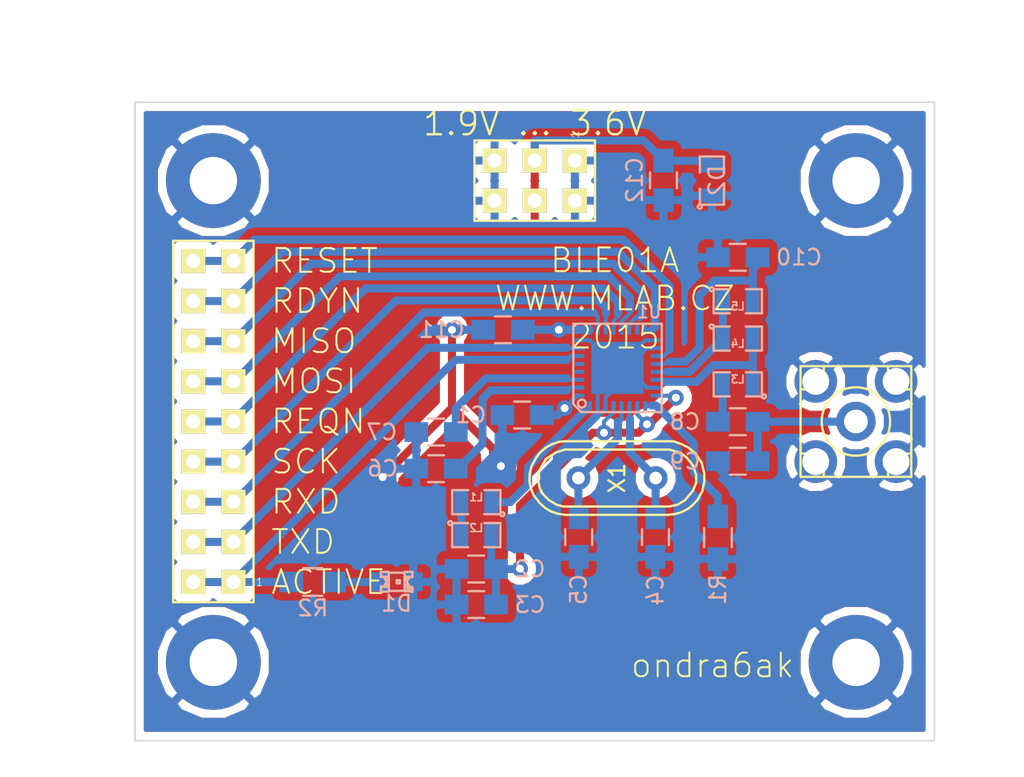
<source format=kicad_pcb>
(kicad_pcb (version 4) (host pcbnew 0.201503180816+5524~22~ubuntu14.04.1-product)

  (general
    (links 82)
    (no_connects 0)
    (area 106.666215 95.6945 175.3472 140.903101)
    (thickness 1.6)
    (drawings 19)
    (tracks 247)
    (zones 0)
    (modules 30)
    (nets 26)
  )

  (page A4)
  (title_block
    (title BLE01)
    (date "20. 1. 2015")
    (rev A)
    (company "Mlab www.mlab.cz")
    (comment 1 "Module with the NRF8001 Bluetooth Low Energy chip from Nordic Semiconductor")
    (comment 2 "ondra6ak <ondra6ak@gmail.com>")
  )

  (layers
    (0 F.Cu signal)
    (31 B.Cu signal)
    (32 B.Adhes user)
    (33 F.Adhes user)
    (34 B.Paste user)
    (35 F.Paste user)
    (36 B.SilkS user)
    (37 F.SilkS user)
    (38 B.Mask user)
    (39 F.Mask user)
    (40 Dwgs.User user)
    (41 Cmts.User user)
    (42 Eco1.User user)
    (43 Eco2.User user)
    (44 Edge.Cuts user)
    (45 Margin user)
    (46 B.CrtYd user)
    (47 F.CrtYd user)
    (48 B.Fab user)
    (49 F.Fab user)
  )

  (setup
    (last_trace_width 0.254)
    (user_trace_width 0.254)
    (user_trace_width 0.508)
    (user_trace_width 1.532)
    (trace_clearance 0.254)
    (zone_clearance 0.508)
    (zone_45_only no)
    (trace_min 0.254)
    (segment_width 0.2)
    (edge_width 0.1)
    (via_size 1)
    (via_drill 0.5)
    (via_min_size 1)
    (via_min_drill 0.5)
    (uvia_size 0.5)
    (uvia_drill 0.25)
    (uvias_allowed no)
    (uvia_min_size 0.5)
    (uvia_min_drill 0.25)
    (pcb_text_width 0.127)
    (pcb_text_size 1.5 1.5)
    (mod_edge_width 0.127)
    (mod_text_size 1 1)
    (mod_text_width 0.127)
    (pad_size 1.524 1.524)
    (pad_drill 0.889)
    (pad_to_mask_clearance 0)
    (aux_axis_origin 0 0)
    (visible_elements FFFFFF7F)
    (pcbplotparams
      (layerselection 0x01130_80000001)
      (usegerberextensions false)
      (excludeedgelayer true)
      (linewidth 0.127000)
      (plotframeref false)
      (viasonmask false)
      (mode 1)
      (useauxorigin false)
      (hpglpennumber 1)
      (hpglpenspeed 20)
      (hpglpendiameter 15)
      (hpglpenoverlay 2)
      (psnegative false)
      (psa4output false)
      (plotreference true)
      (plotvalue false)
      (plotinvisibletext false)
      (padsonsilk false)
      (subtractmaskfromsilk false)
      (outputformat 1)
      (mirror false)
      (drillshape 0)
      (scaleselection 1)
      (outputdirectory gerber/))
  )

  (net 0 "")
  (net 1 GND)
  (net 2 /AVDD)
  (net 3 "Net-(C8-Pad1)")
  (net 4 /VDD_PA)
  (net 5 /XC2)
  (net 6 /XC1)
  (net 7 /ACTIVE)
  (net 8 /SCK)
  (net 9 /REQN)
  (net 10 /MOSI)
  (net 11 /MISO)
  (net 12 /RDYN)
  (net 13 /TXD)
  (net 14 /RXD)
  (net 15 /RESET)
  (net 16 /ANT2)
  (net 17 /ANT1)
  (net 18 "Net-(R1-Pad2)")
  (net 19 VCC)
  (net 20 "Net-(C7-Pad1)")
  (net 21 "Net-(L1-Pad1)")
  (net 22 "Net-(L1-Pad2)")
  (net 23 "Net-(C6-Pad1)")
  (net 24 "Net-(C8-Pad2)")
  (net 25 "Net-(D1-Pad1)")

  (net_class Default "This is the default net class."
    (clearance 0.254)
    (trace_width 0.254)
    (via_dia 1)
    (via_drill 0.5)
    (uvia_dia 0.5)
    (uvia_drill 0.25)
    (add_net /ACTIVE)
    (add_net /ANT1)
    (add_net /ANT2)
    (add_net /AVDD)
    (add_net /MISO)
    (add_net /MOSI)
    (add_net /RDYN)
    (add_net /REQN)
    (add_net /RESET)
    (add_net /RXD)
    (add_net /SCK)
    (add_net /TXD)
    (add_net /VDD_PA)
    (add_net /XC1)
    (add_net /XC2)
    (add_net GND)
    (add_net "Net-(C6-Pad1)")
    (add_net "Net-(C7-Pad1)")
    (add_net "Net-(C8-Pad1)")
    (add_net "Net-(C8-Pad2)")
    (add_net "Net-(D1-Pad1)")
    (add_net "Net-(L1-Pad1)")
    (add_net "Net-(L1-Pad2)")
    (add_net "Net-(R1-Pad2)")
    (add_net VCC)
  )

  (module SMD_Packages:SMD-0805 placed (layer B.Cu) (tedit 549FCE36) (tstamp 54B2DAB8)
    (at 153.6192 109.2962)
    (path /5463D533)
    (attr smd)
    (fp_text reference L5 (at 0 0.3175) (layer B.SilkS)
      (effects (font (size 0.50038 0.50038) (thickness 0.10922)) (justify mirror))
    )
    (fp_text value 5.6nH (at 0 -0.381) (layer B.SilkS) hide
      (effects (font (size 0.50038 0.50038) (thickness 0.10922)) (justify mirror))
    )
    (fp_circle (center -1.651 -0.762) (end -1.651 -0.635) (layer B.SilkS) (width 0.15))
    (fp_line (start -0.508 -0.762) (end -1.524 -0.762) (layer B.SilkS) (width 0.15))
    (fp_line (start -1.524 -0.762) (end -1.524 0.762) (layer B.SilkS) (width 0.15))
    (fp_line (start -1.524 0.762) (end -0.508 0.762) (layer B.SilkS) (width 0.15))
    (fp_line (start 0.508 0.762) (end 1.524 0.762) (layer B.SilkS) (width 0.15))
    (fp_line (start 1.524 0.762) (end 1.524 -0.762) (layer B.SilkS) (width 0.15))
    (fp_line (start 1.524 -0.762) (end 0.508 -0.762) (layer B.SilkS) (width 0.15))
    (pad 1 smd rect (at -0.9525 0) (size 0.889 1.397) (layers B.Cu B.Paste B.Mask)
      (net 17 /ANT1))
    (pad 2 smd rect (at 0.9525 0) (size 0.889 1.397) (layers B.Cu B.Paste B.Mask)
      (net 4 /VDD_PA))
    (model smd/chip_cms.wrl
      (at (xyz 0 0 0))
      (scale (xyz 0.1 0.1 0.1))
      (rotate (xyz 0 0 0))
    )
  )

  (module Capacitors_SMD:C_0805_HandSoldering placed (layer B.Cu) (tedit 54A7A65F) (tstamp 54BE47C6)
    (at 134.53872 117.57152 180)
    (descr "Capacitor SMD 0805, hand soldering")
    (tags "capacitor 0805")
    (path /5463DF60)
    (attr smd)
    (fp_text reference C7 (at 3.429 -0.00508 180) (layer B.SilkS)
      (effects (font (size 1 1) (thickness 0.15)) (justify mirror))
    )
    (fp_text value 33nF (at 0 -2.1 180) (layer B.SilkS) hide
      (effects (font (size 1 1) (thickness 0.15)) (justify mirror))
    )
    (fp_line (start -2.3 1) (end 2.3 1) (layer B.CrtYd) (width 0.05))
    (fp_line (start -2.3 -1) (end 2.3 -1) (layer B.CrtYd) (width 0.05))
    (fp_line (start -2.3 1) (end -2.3 -1) (layer B.CrtYd) (width 0.05))
    (fp_line (start 2.3 1) (end 2.3 -1) (layer B.CrtYd) (width 0.05))
    (fp_line (start 0.5 0.85) (end -0.5 0.85) (layer B.SilkS) (width 0.15))
    (fp_line (start -0.5 -0.85) (end 0.5 -0.85) (layer B.SilkS) (width 0.15))
    (pad 1 smd rect (at -1.25 0 180) (size 1.5 1.25) (layers B.Cu B.Paste B.Mask)
      (net 20 "Net-(C7-Pad1)"))
    (pad 2 smd rect (at 1.25 0 180) (size 1.5 1.25) (layers B.Cu B.Paste B.Mask)
      (net 1 GND))
    (model Capacitors_SMD/C_0805N.wrl
      (at (xyz 0 0 0))
      (scale (xyz 1 1 1))
      (rotate (xyz 0 0 0))
    )
  )

  (module SMD_Packages:QFN-32-1EP placed (layer B.Cu) (tedit 54A7B3EC) (tstamp 549FD084)
    (at 146.01444 113.51514)
    (descr QFN-32-1EP)
    (path /5463A669)
    (attr smd)
    (fp_text reference U1 (at 2.00025 -3.53695) (layer B.SilkS)
      (effects (font (size 0.762 0.762) (thickness 0.127)) (justify mirror))
    )
    (fp_text value NRF8001 (at 3.937 2.667) (layer B.SilkS) hide
      (effects (font (size 0.762 0.635) (thickness 0.1524)) (justify mirror))
    )
    (fp_line (start 2.794 -2.794) (end -2.794 -2.794) (layer B.SilkS) (width 0.15))
    (fp_line (start -2.794 -2.794) (end -2.794 -2.667) (layer B.SilkS) (width 0.15))
    (fp_line (start -2.286 2.794) (end 2.794 2.794) (layer B.SilkS) (width 0.15))
    (fp_line (start 2.794 2.794) (end 2.794 -2.794) (layer B.SilkS) (width 0.15))
    (fp_line (start -2.794 -2.667) (end -2.794 2.286) (layer B.SilkS) (width 0.15))
    (fp_line (start -2.794 2.286) (end -2.286 2.794) (layer B.SilkS) (width 0.15))
    (fp_circle (center -2.25298 2.25298) (end -2.25298 2.50444) (layer B.SilkS) (width 0.15))
    (pad 1 smd rect (at -2.39776 1.74752) (size 0.59944 0.24892) (layers B.Cu B.Paste B.Mask)
      (net 19 VCC))
    (pad 2 smd rect (at -2.39776 1.24714) (size 0.59944 0.24892) (layers B.Cu B.Paste B.Mask)
      (net 23 "Net-(C6-Pad1)"))
    (pad 3 smd rect (at -2.39776 0.74676) (size 0.59944 0.24892) (layers B.Cu B.Paste B.Mask)
      (net 20 "Net-(C7-Pad1)"))
    (pad 4 smd rect (at -2.39776 0.24638) (size 0.59944 0.24892) (layers B.Cu B.Paste B.Mask))
    (pad 5 smd rect (at -2.39776 -0.25146) (size 0.59944 0.24892) (layers B.Cu B.Paste B.Mask))
    (pad 6 smd rect (at -2.39776 -0.75184) (size 0.59944 0.24892) (layers B.Cu B.Paste B.Mask)
      (net 7 /ACTIVE))
    (pad 7 smd rect (at -2.39776 -1.25222) (size 0.59944 0.24892) (layers B.Cu B.Paste B.Mask)
      (net 13 /TXD))
    (pad 8 smd rect (at -2.39776 -1.7526) (size 0.59944 0.24892) (layers B.Cu B.Paste B.Mask)
      (net 1 GND))
    (pad 13 smd rect (at 0.24892 -2.40284) (size 0.24892 0.59944) (layers B.Cu B.Paste B.Mask)
      (net 10 /MOSI))
    (pad 14 smd rect (at 0.74676 -2.40284) (size 0.24892 0.59944) (layers B.Cu B.Paste B.Mask)
      (net 11 /MISO))
    (pad 15 smd rect (at 1.24714 -2.40284) (size 0.24892 0.59944) (layers B.Cu B.Paste B.Mask))
    (pad 16 smd rect (at 1.74752 -2.40284) (size 0.24892 0.59944) (layers B.Cu B.Paste B.Mask)
      (net 12 /RDYN))
    (pad 33 smd rect (at 0 0) (size 3.29946 3.29946) (layers B.Cu B.Paste B.Mask)
      (net 1 GND))
    (pad 9 smd rect (at -1.75006 -2.40284) (size 0.24892 0.59944) (layers B.Cu B.Paste B.Mask)
      (net 19 VCC))
    (pad 10 smd rect (at -1.24968 -2.40284) (size 0.24892 0.59944) (layers B.Cu B.Paste B.Mask)
      (net 14 /RXD))
    (pad 11 smd rect (at -0.7493 -2.40284) (size 0.24892 0.59944) (layers B.Cu B.Paste B.Mask)
      (net 8 /SCK))
    (pad 12 smd rect (at -0.25146 -2.40284) (size 0.24892 0.59944) (layers B.Cu B.Paste B.Mask)
      (net 9 /REQN))
    (pad 17 smd rect (at 2.39776 -1.74752) (size 0.59944 0.24892) (layers B.Cu B.Paste B.Mask)
      (net 1 GND))
    (pad 18 smd rect (at 2.4003 -1.24714) (size 0.59944 0.24892) (layers B.Cu B.Paste B.Mask)
      (net 1 GND))
    (pad 19 smd rect (at 2.4003 -0.7493) (size 0.59944 0.24892) (layers B.Cu B.Paste B.Mask)
      (net 15 /RESET))
    (pad 20 smd rect (at 2.4003 -0.24892) (size 0.59944 0.24892) (layers B.Cu B.Paste B.Mask)
      (net 4 /VDD_PA))
    (pad 21 smd rect (at 2.4003 0.25146) (size 0.59944 0.24892) (layers B.Cu B.Paste B.Mask)
      (net 17 /ANT1))
    (pad 22 smd rect (at 2.4003 0.75184) (size 0.59944 0.24892) (layers B.Cu B.Paste B.Mask)
      (net 16 /ANT2))
    (pad 23 smd rect (at 2.4003 1.25222) (size 0.59944 0.24892) (layers B.Cu B.Paste B.Mask)
      (net 1 GND))
    (pad 24 smd rect (at 2.4003 1.7526) (size 0.59944 0.24892) (layers B.Cu B.Paste B.Mask)
      (net 2 /AVDD))
    (pad 25 smd rect (at 1.75006 2.4003) (size 0.24892 0.59944) (layers B.Cu B.Paste B.Mask)
      (net 18 "Net-(R1-Pad2)"))
    (pad 26 smd rect (at 1.24968 2.4003) (size 0.24892 0.59944) (layers B.Cu B.Paste B.Mask)
      (net 2 /AVDD))
    (pad 27 smd rect (at 0.7493 2.4003) (size 0.24892 0.59944) (layers B.Cu B.Paste B.Mask)
      (net 5 /XC2))
    (pad 28 smd rect (at 0.25146 2.4003) (size 0.24892 0.59944) (layers B.Cu B.Paste B.Mask)
      (net 6 /XC1))
    (pad 29 smd rect (at -0.24892 2.4003) (size 0.24892 0.59944) (layers B.Cu B.Paste B.Mask)
      (net 2 /AVDD))
    (pad 30 smd rect (at -0.7493 2.4003) (size 0.24892 0.59944) (layers B.Cu B.Paste B.Mask)
      (net 1 GND))
    (pad 31 smd rect (at -1.24968 2.4003) (size 0.24892 0.59944) (layers B.Cu B.Paste B.Mask)
      (net 1 GND))
    (pad 32 smd rect (at -1.75006 2.4003) (size 0.24892 0.59944) (layers B.Cu B.Paste B.Mask)
      (net 21 "Net-(L1-Pad1)"))
  )

  (module Capacitors_SMD:C_0805_HandSoldering placed (layer B.Cu) (tedit 54A92E01) (tstamp 54BE47D3)
    (at 139.98448 116.49456 180)
    (descr "Capacitor SMD 0805, hand soldering")
    (tags "capacitor 0805")
    (path /54875CD9)
    (attr smd)
    (fp_text reference C1 (at 3.2385 0 180) (layer B.SilkS)
      (effects (font (size 1 1) (thickness 0.15)) (justify mirror))
    )
    (fp_text value 100nF (at 0 -2.1 180) (layer B.SilkS) hide
      (effects (font (size 1 1) (thickness 0.15)) (justify mirror))
    )
    (fp_line (start -2.3 1) (end 2.3 1) (layer B.CrtYd) (width 0.05))
    (fp_line (start -2.3 -1) (end 2.3 -1) (layer B.CrtYd) (width 0.05))
    (fp_line (start -2.3 1) (end -2.3 -1) (layer B.CrtYd) (width 0.05))
    (fp_line (start 2.3 1) (end 2.3 -1) (layer B.CrtYd) (width 0.05))
    (fp_line (start 0.5 0.85) (end -0.5 0.85) (layer B.SilkS) (width 0.15))
    (fp_line (start -0.5 -0.85) (end 0.5 -0.85) (layer B.SilkS) (width 0.15))
    (pad 1 smd rect (at -1.25 0 180) (size 1.5 1.25) (layers B.Cu B.Paste B.Mask)
      (net 19 VCC))
    (pad 2 smd rect (at 1.25 0 180) (size 1.5 1.25) (layers B.Cu B.Paste B.Mask)
      (net 1 GND))
    (model Capacitors_SMD/C_0805N.wrl
      (at (xyz 0 0 0))
      (scale (xyz 1 1 1))
      (rotate (xyz 0 0 0))
    )
  )

  (module Capacitors_SMD:C_0805_HandSoldering placed (layer B.Cu) (tedit 54BEA8A3) (tstamp 54BE47ED)
    (at 137.0838 126.238 180)
    (descr "Capacitor SMD 0805, hand soldering")
    (tags "capacitor 0805")
    (path /5463CB28)
    (attr smd)
    (fp_text reference C2 (at -3.39852 0.00508 180) (layer B.SilkS)
      (effects (font (size 1 1) (thickness 0.15)) (justify mirror))
    )
    (fp_text value 1nF (at 0 -2.1 180) (layer B.SilkS) hide
      (effects (font (size 1 1) (thickness 0.15)) (justify mirror))
    )
    (fp_line (start -2.3 1) (end 2.3 1) (layer B.CrtYd) (width 0.05))
    (fp_line (start -2.3 -1) (end 2.3 -1) (layer B.CrtYd) (width 0.05))
    (fp_line (start -2.3 1) (end -2.3 -1) (layer B.CrtYd) (width 0.05))
    (fp_line (start 2.3 1) (end 2.3 -1) (layer B.CrtYd) (width 0.05))
    (fp_line (start 0.5 0.85) (end -0.5 0.85) (layer B.SilkS) (width 0.15))
    (fp_line (start -0.5 -0.85) (end 0.5 -0.85) (layer B.SilkS) (width 0.15))
    (pad 1 smd rect (at -1.25 0 180) (size 1.5 1.25) (layers B.Cu B.Paste B.Mask)
      (net 2 /AVDD))
    (pad 2 smd rect (at 1.25 0 180) (size 1.5 1.25) (layers B.Cu B.Paste B.Mask)
      (net 1 GND))
    (model Capacitors_SMD/C_0805N.wrl
      (at (xyz 0 0 0))
      (scale (xyz 1 1 1))
      (rotate (xyz 0 0 0))
    )
  )

  (module Capacitors_SMD:C_0805_HandSoldering placed (layer B.Cu) (tedit 54B27248) (tstamp 54A814CB)
    (at 148.4122 124.2187 270)
    (descr "Capacitor SMD 0805, hand soldering")
    (tags "capacitor 0805")
    (path /5463CB53)
    (attr smd)
    (fp_text reference C4 (at 3.3655 0 270) (layer B.SilkS)
      (effects (font (size 1 1) (thickness 0.15)) (justify mirror))
    )
    (fp_text value 12pF (at 0 -2.1 270) (layer B.SilkS) hide
      (effects (font (size 1 1) (thickness 0.15)) (justify mirror))
    )
    (fp_line (start -2.3 1) (end 2.3 1) (layer B.CrtYd) (width 0.05))
    (fp_line (start -2.3 -1) (end 2.3 -1) (layer B.CrtYd) (width 0.05))
    (fp_line (start -2.3 1) (end -2.3 -1) (layer B.CrtYd) (width 0.05))
    (fp_line (start 2.3 1) (end 2.3 -1) (layer B.CrtYd) (width 0.05))
    (fp_line (start 0.5 0.85) (end -0.5 0.85) (layer B.SilkS) (width 0.15))
    (fp_line (start -0.5 -0.85) (end 0.5 -0.85) (layer B.SilkS) (width 0.15))
    (pad 1 smd rect (at -1.25 0 270) (size 1.5 1.25) (layers B.Cu B.Paste B.Mask)
      (net 5 /XC2))
    (pad 2 smd rect (at 1.25 0 270) (size 1.5 1.25) (layers B.Cu B.Paste B.Mask)
      (net 1 GND))
    (model Capacitors_SMD/C_0805N.wrl
      (at (xyz 0 0 0))
      (scale (xyz 1 1 1))
      (rotate (xyz 0 0 0))
    )
  )

  (module Capacitors_SMD:C_0805_HandSoldering placed (layer B.Cu) (tedit 54BE06FD) (tstamp 54B2AC9E)
    (at 143.5608 124.2187 270)
    (descr "Capacitor SMD 0805, hand soldering")
    (tags "capacitor 0805")
    (path /5463CABB)
    (attr smd)
    (fp_text reference C5 (at 3.31724 0.00508 270) (layer B.SilkS)
      (effects (font (size 1 1) (thickness 0.15)) (justify mirror))
    )
    (fp_text value 12pF (at 0 -2.1 270) (layer B.SilkS) hide
      (effects (font (size 1 1) (thickness 0.15)) (justify mirror))
    )
    (fp_line (start -2.3 1) (end 2.3 1) (layer B.CrtYd) (width 0.05))
    (fp_line (start -2.3 -1) (end 2.3 -1) (layer B.CrtYd) (width 0.05))
    (fp_line (start -2.3 1) (end -2.3 -1) (layer B.CrtYd) (width 0.05))
    (fp_line (start 2.3 1) (end 2.3 -1) (layer B.CrtYd) (width 0.05))
    (fp_line (start 0.5 0.85) (end -0.5 0.85) (layer B.SilkS) (width 0.15))
    (fp_line (start -0.5 -0.85) (end 0.5 -0.85) (layer B.SilkS) (width 0.15))
    (pad 1 smd rect (at -1.25 0 270) (size 1.5 1.25) (layers B.Cu B.Paste B.Mask)
      (net 6 /XC1))
    (pad 2 smd rect (at 1.25 0 270) (size 1.5 1.25) (layers B.Cu B.Paste B.Mask)
      (net 1 GND))
    (model Capacitors_SMD/C_0805N.wrl
      (at (xyz 0 0 0))
      (scale (xyz 1 1 1))
      (rotate (xyz 0 0 0))
    )
  )

  (module Capacitors_SMD:C_0805_HandSoldering placed (layer B.Cu) (tedit 54A92DEF) (tstamp 54BE47E0)
    (at 134.53872 119.888 180)
    (descr "Capacitor SMD 0805, hand soldering")
    (tags "capacitor 0805")
    (path /5463E21E)
    (attr smd)
    (fp_text reference C6 (at 3.3782 0.0127 180) (layer B.SilkS)
      (effects (font (size 1 1) (thickness 0.15)) (justify mirror))
    )
    (fp_text value 100nF (at 0 -2.1 180) (layer B.SilkS) hide
      (effects (font (size 1 1) (thickness 0.15)) (justify mirror))
    )
    (fp_line (start -2.3 1) (end 2.3 1) (layer B.CrtYd) (width 0.05))
    (fp_line (start -2.3 -1) (end 2.3 -1) (layer B.CrtYd) (width 0.05))
    (fp_line (start -2.3 1) (end -2.3 -1) (layer B.CrtYd) (width 0.05))
    (fp_line (start 2.3 1) (end 2.3 -1) (layer B.CrtYd) (width 0.05))
    (fp_line (start 0.5 0.85) (end -0.5 0.85) (layer B.SilkS) (width 0.15))
    (fp_line (start -0.5 -0.85) (end 0.5 -0.85) (layer B.SilkS) (width 0.15))
    (pad 1 smd rect (at -1.25 0 180) (size 1.5 1.25) (layers B.Cu B.Paste B.Mask)
      (net 23 "Net-(C6-Pad1)"))
    (pad 2 smd rect (at 1.25 0 180) (size 1.5 1.25) (layers B.Cu B.Paste B.Mask)
      (net 1 GND))
    (model Capacitors_SMD/C_0805N.wrl
      (at (xyz 0 0 0))
      (scale (xyz 1 1 1))
      (rotate (xyz 0 0 0))
    )
  )

  (module Capacitors_SMD:C_0805_HandSoldering placed (layer B.Cu) (tedit 54BD6535) (tstamp 54A99DB8)
    (at 153.6192 116.9162)
    (descr "Capacitor SMD 0805, hand soldering")
    (tags "capacitor 0805")
    (path /5463D5AF)
    (attr smd)
    (fp_text reference C8 (at -3.3401 0) (layer B.SilkS)
      (effects (font (size 1 1) (thickness 0.15)) (justify mirror))
    )
    (fp_text value 1.8pF (at 0 -2.1) (layer B.SilkS) hide
      (effects (font (size 1 1) (thickness 0.15)) (justify mirror))
    )
    (fp_line (start -2.3 1) (end 2.3 1) (layer B.CrtYd) (width 0.05))
    (fp_line (start -2.3 -1) (end 2.3 -1) (layer B.CrtYd) (width 0.05))
    (fp_line (start -2.3 1) (end -2.3 -1) (layer B.CrtYd) (width 0.05))
    (fp_line (start 2.3 1) (end 2.3 -1) (layer B.CrtYd) (width 0.05))
    (fp_line (start 0.5 0.85) (end -0.5 0.85) (layer B.SilkS) (width 0.15))
    (fp_line (start -0.5 -0.85) (end 0.5 -0.85) (layer B.SilkS) (width 0.15))
    (pad 1 smd rect (at -1.25 0) (size 1.5 1.25) (layers B.Cu B.Paste B.Mask)
      (net 3 "Net-(C8-Pad1)"))
    (pad 2 smd rect (at 1.25 0) (size 1.5 1.25) (layers B.Cu B.Paste B.Mask)
      (net 24 "Net-(C8-Pad2)"))
    (model Capacitors_SMD/C_0805N.wrl
      (at (xyz 0 0 0))
      (scale (xyz 1 1 1))
      (rotate (xyz 0 0 0))
    )
  )

  (module Capacitors_SMD:C_0805_HandSoldering placed (layer B.Cu) (tedit 54BD6521) (tstamp 54B2E26A)
    (at 153.6192 119.4181 180)
    (descr "Capacitor SMD 0805, hand soldering")
    (tags "capacitor 0805")
    (path /5463E415)
    (attr smd)
    (fp_text reference C9 (at 3.3401 0 180) (layer B.SilkS)
      (effects (font (size 1 1) (thickness 0.15)) (justify mirror))
    )
    (fp_text value 1.2pF (at 0 -2.1 180) (layer B.SilkS) hide
      (effects (font (size 1 1) (thickness 0.15)) (justify mirror))
    )
    (fp_line (start -2.3 1) (end 2.3 1) (layer B.CrtYd) (width 0.05))
    (fp_line (start -2.3 -1) (end 2.3 -1) (layer B.CrtYd) (width 0.05))
    (fp_line (start -2.3 1) (end -2.3 -1) (layer B.CrtYd) (width 0.05))
    (fp_line (start 2.3 1) (end 2.3 -1) (layer B.CrtYd) (width 0.05))
    (fp_line (start 0.5 0.85) (end -0.5 0.85) (layer B.SilkS) (width 0.15))
    (fp_line (start -0.5 -0.85) (end 0.5 -0.85) (layer B.SilkS) (width 0.15))
    (pad 1 smd rect (at -1.25 0 180) (size 1.5 1.25) (layers B.Cu B.Paste B.Mask)
      (net 24 "Net-(C8-Pad2)"))
    (pad 2 smd rect (at 1.25 0 180) (size 1.5 1.25) (layers B.Cu B.Paste B.Mask)
      (net 1 GND))
    (model Capacitors_SMD/C_0805N.wrl
      (at (xyz 0 0 0))
      (scale (xyz 1 1 1))
      (rotate (xyz 0 0 0))
    )
  )

  (module Capacitors_SMD:C_0805_HandSoldering placed (layer B.Cu) (tedit 54A6FC28) (tstamp 54B2DA9D)
    (at 153.6192 106.5149 180)
    (descr "Capacitor SMD 0805, hand soldering")
    (tags "capacitor 0805")
    (path /5463D807)
    (attr smd)
    (fp_text reference C10 (at -3.8735 0 180) (layer B.SilkS)
      (effects (font (size 1 1) (thickness 0.15)) (justify mirror))
    )
    (fp_text value 2.2nF (at 0 -2.1 180) (layer B.SilkS) hide
      (effects (font (size 1 1) (thickness 0.15)) (justify mirror))
    )
    (fp_line (start -2.3 1) (end 2.3 1) (layer B.CrtYd) (width 0.05))
    (fp_line (start -2.3 -1) (end 2.3 -1) (layer B.CrtYd) (width 0.05))
    (fp_line (start -2.3 1) (end -2.3 -1) (layer B.CrtYd) (width 0.05))
    (fp_line (start 2.3 1) (end 2.3 -1) (layer B.CrtYd) (width 0.05))
    (fp_line (start 0.5 0.85) (end -0.5 0.85) (layer B.SilkS) (width 0.15))
    (fp_line (start -0.5 -0.85) (end 0.5 -0.85) (layer B.SilkS) (width 0.15))
    (pad 1 smd rect (at -1.25 0 180) (size 1.5 1.25) (layers B.Cu B.Paste B.Mask)
      (net 4 /VDD_PA))
    (pad 2 smd rect (at 1.25 0 180) (size 1.5 1.25) (layers B.Cu B.Paste B.Mask)
      (net 1 GND))
    (model Capacitors_SMD/C_0805N.wrl
      (at (xyz 0 0 0))
      (scale (xyz 1 1 1))
      (rotate (xyz 0 0 0))
    )
  )

  (module Capacitors_SMD:C_0805_HandSoldering placed (layer B.Cu) (tedit 54A6FC35) (tstamp 54B2DA90)
    (at 138.7729 111.0996 180)
    (descr "Capacitor SMD 0805, hand soldering")
    (tags "capacitor 0805")
    (path /5463C409)
    (attr smd)
    (fp_text reference C11 (at 3.8735 0 180) (layer B.SilkS)
      (effects (font (size 1 1) (thickness 0.15)) (justify mirror))
    )
    (fp_text value 100nF (at 0 -2.1 180) (layer B.SilkS) hide
      (effects (font (size 1 1) (thickness 0.15)) (justify mirror))
    )
    (fp_line (start -2.3 1) (end 2.3 1) (layer B.CrtYd) (width 0.05))
    (fp_line (start -2.3 -1) (end 2.3 -1) (layer B.CrtYd) (width 0.05))
    (fp_line (start -2.3 1) (end -2.3 -1) (layer B.CrtYd) (width 0.05))
    (fp_line (start 2.3 1) (end 2.3 -1) (layer B.CrtYd) (width 0.05))
    (fp_line (start 0.5 0.85) (end -0.5 0.85) (layer B.SilkS) (width 0.15))
    (fp_line (start -0.5 -0.85) (end 0.5 -0.85) (layer B.SilkS) (width 0.15))
    (pad 1 smd rect (at -1.25 0 180) (size 1.5 1.25) (layers B.Cu B.Paste B.Mask)
      (net 19 VCC))
    (pad 2 smd rect (at 1.25 0 180) (size 1.5 1.25) (layers B.Cu B.Paste B.Mask)
      (net 1 GND))
    (model Capacitors_SMD/C_0805N.wrl
      (at (xyz 0 0 0))
      (scale (xyz 1 1 1))
      (rotate (xyz 0 0 0))
    )
  )

  (module Capacitors_SMD:C_0805_HandSoldering placed (layer B.Cu) (tedit 54A7B3F5) (tstamp 54B2DAAA)
    (at 148.9202 101.6508 270)
    (descr "Capacitor SMD 0805, hand soldering")
    (tags "capacitor 0805")
    (path /5463A888)
    (attr smd)
    (fp_text reference C12 (at -0.01905 1.82245 270) (layer B.SilkS)
      (effects (font (size 1 1) (thickness 0.15)) (justify mirror))
    )
    (fp_text value 22uF/6.3V (at 0 -2.1 270) (layer B.SilkS) hide
      (effects (font (size 1 1) (thickness 0.15)) (justify mirror))
    )
    (fp_line (start -2.3 1) (end 2.3 1) (layer B.CrtYd) (width 0.05))
    (fp_line (start -2.3 -1) (end 2.3 -1) (layer B.CrtYd) (width 0.05))
    (fp_line (start -2.3 1) (end -2.3 -1) (layer B.CrtYd) (width 0.05))
    (fp_line (start 2.3 1) (end 2.3 -1) (layer B.CrtYd) (width 0.05))
    (fp_line (start 0.5 0.85) (end -0.5 0.85) (layer B.SilkS) (width 0.15))
    (fp_line (start -0.5 -0.85) (end 0.5 -0.85) (layer B.SilkS) (width 0.15))
    (pad 1 smd rect (at -1.25 0 270) (size 1.5 1.25) (layers B.Cu B.Paste B.Mask)
      (net 19 VCC))
    (pad 2 smd rect (at 1.25 0 270) (size 1.5 1.25) (layers B.Cu B.Paste B.Mask)
      (net 1 GND))
    (model Capacitors_SMD/C_0805N.wrl
      (at (xyz 0 0 0))
      (scale (xyz 1 1 1))
      (rotate (xyz 0 0 0))
    )
  )

  (module SMD_Packages:SMD-0805 placed (layer B.Cu) (tedit 549FCE2F) (tstamp 54BE47FB)
    (at 137.0838 122.0089 180)
    (path /5463C834)
    (attr smd)
    (fp_text reference L1 (at 0 0.3175 180) (layer B.SilkS)
      (effects (font (size 0.50038 0.50038) (thickness 0.10922)) (justify mirror))
    )
    (fp_text value 10uH (at 0 -0.381 180) (layer B.SilkS) hide
      (effects (font (size 0.50038 0.50038) (thickness 0.10922)) (justify mirror))
    )
    (fp_circle (center -1.651 -0.762) (end -1.651 -0.635) (layer B.SilkS) (width 0.15))
    (fp_line (start -0.508 -0.762) (end -1.524 -0.762) (layer B.SilkS) (width 0.15))
    (fp_line (start -1.524 -0.762) (end -1.524 0.762) (layer B.SilkS) (width 0.15))
    (fp_line (start -1.524 0.762) (end -0.508 0.762) (layer B.SilkS) (width 0.15))
    (fp_line (start 0.508 0.762) (end 1.524 0.762) (layer B.SilkS) (width 0.15))
    (fp_line (start 1.524 0.762) (end 1.524 -0.762) (layer B.SilkS) (width 0.15))
    (fp_line (start 1.524 -0.762) (end 0.508 -0.762) (layer B.SilkS) (width 0.15))
    (pad 1 smd rect (at -0.9525 0 180) (size 0.889 1.397) (layers B.Cu B.Paste B.Mask)
      (net 21 "Net-(L1-Pad1)"))
    (pad 2 smd rect (at 0.9525 0 180) (size 0.889 1.397) (layers B.Cu B.Paste B.Mask)
      (net 22 "Net-(L1-Pad2)"))
    (model smd/chip_cms.wrl
      (at (xyz 0 0 0))
      (scale (xyz 0.1 0.1 0.1))
      (rotate (xyz 0 0 0))
    )
  )

  (module SMD_Packages:SMD-0805 placed (layer B.Cu) (tedit 54A704D4) (tstamp 54BE4809)
    (at 137.0838 124.0917)
    (path /5463C9FA)
    (attr smd)
    (fp_text reference L2 (at 0 -0.4572) (layer B.SilkS)
      (effects (font (size 0.50038 0.50038) (thickness 0.10922)) (justify mirror))
    )
    (fp_text value 15nH (at 0 -0.381) (layer B.SilkS) hide
      (effects (font (size 0.50038 0.50038) (thickness 0.10922)) (justify mirror))
    )
    (fp_circle (center -1.651 -0.762) (end -1.651 -0.635) (layer B.SilkS) (width 0.15))
    (fp_line (start -0.508 -0.762) (end -1.524 -0.762) (layer B.SilkS) (width 0.15))
    (fp_line (start -1.524 -0.762) (end -1.524 0.762) (layer B.SilkS) (width 0.15))
    (fp_line (start -1.524 0.762) (end -0.508 0.762) (layer B.SilkS) (width 0.15))
    (fp_line (start 0.508 0.762) (end 1.524 0.762) (layer B.SilkS) (width 0.15))
    (fp_line (start 1.524 0.762) (end 1.524 -0.762) (layer B.SilkS) (width 0.15))
    (fp_line (start 1.524 -0.762) (end 0.508 -0.762) (layer B.SilkS) (width 0.15))
    (pad 1 smd rect (at -0.9525 0) (size 0.889 1.397) (layers B.Cu B.Paste B.Mask)
      (net 22 "Net-(L1-Pad2)"))
    (pad 2 smd rect (at 0.9525 0) (size 0.889 1.397) (layers B.Cu B.Paste B.Mask)
      (net 2 /AVDD))
    (model smd/chip_cms.wrl
      (at (xyz 0 0 0))
      (scale (xyz 0.1 0.1 0.1))
      (rotate (xyz 0 0 0))
    )
  )

  (module SMD_Packages:SMD-0805 placed (layer B.Cu) (tedit 549FCE24) (tstamp 54B2DA83)
    (at 153.6192 114.554 180)
    (path /5463D4F2)
    (attr smd)
    (fp_text reference L3 (at 0 0.3175 180) (layer B.SilkS)
      (effects (font (size 0.50038 0.50038) (thickness 0.10922)) (justify mirror))
    )
    (fp_text value 3.9nH (at 0 -0.381 180) (layer B.SilkS) hide
      (effects (font (size 0.50038 0.50038) (thickness 0.10922)) (justify mirror))
    )
    (fp_circle (center -1.651 -0.762) (end -1.651 -0.635) (layer B.SilkS) (width 0.15))
    (fp_line (start -0.508 -0.762) (end -1.524 -0.762) (layer B.SilkS) (width 0.15))
    (fp_line (start -1.524 -0.762) (end -1.524 0.762) (layer B.SilkS) (width 0.15))
    (fp_line (start -1.524 0.762) (end -0.508 0.762) (layer B.SilkS) (width 0.15))
    (fp_line (start 0.508 0.762) (end 1.524 0.762) (layer B.SilkS) (width 0.15))
    (fp_line (start 1.524 0.762) (end 1.524 -0.762) (layer B.SilkS) (width 0.15))
    (fp_line (start 1.524 -0.762) (end 0.508 -0.762) (layer B.SilkS) (width 0.15))
    (pad 1 smd rect (at -0.9525 0 180) (size 0.889 1.397) (layers B.Cu B.Paste B.Mask)
      (net 16 /ANT2))
    (pad 2 smd rect (at 0.9525 0 180) (size 0.889 1.397) (layers B.Cu B.Paste B.Mask)
      (net 3 "Net-(C8-Pad1)"))
    (model smd/chip_cms.wrl
      (at (xyz 0 0 0))
      (scale (xyz 0.1 0.1 0.1))
      (rotate (xyz 0 0 0))
    )
  )

  (module SMD_Packages:SMD-0805 placed (layer B.Cu) (tedit 549FCE1B) (tstamp 54B2DA67)
    (at 153.6192 111.6584)
    (path /5463D2DF)
    (attr smd)
    (fp_text reference L4 (at 0 0.3175) (layer B.SilkS)
      (effects (font (size 0.50038 0.50038) (thickness 0.10922)) (justify mirror))
    )
    (fp_text value 8.2nH (at 0 -0.381) (layer B.SilkS) hide
      (effects (font (size 0.50038 0.50038) (thickness 0.10922)) (justify mirror))
    )
    (fp_circle (center -1.651 -0.762) (end -1.651 -0.635) (layer B.SilkS) (width 0.15))
    (fp_line (start -0.508 -0.762) (end -1.524 -0.762) (layer B.SilkS) (width 0.15))
    (fp_line (start -1.524 -0.762) (end -1.524 0.762) (layer B.SilkS) (width 0.15))
    (fp_line (start -1.524 0.762) (end -0.508 0.762) (layer B.SilkS) (width 0.15))
    (fp_line (start 0.508 0.762) (end 1.524 0.762) (layer B.SilkS) (width 0.15))
    (fp_line (start 1.524 0.762) (end 1.524 -0.762) (layer B.SilkS) (width 0.15))
    (fp_line (start 1.524 -0.762) (end 0.508 -0.762) (layer B.SilkS) (width 0.15))
    (pad 1 smd rect (at -0.9525 0) (size 0.889 1.397) (layers B.Cu B.Paste B.Mask)
      (net 17 /ANT1))
    (pad 2 smd rect (at 0.9525 0) (size 0.889 1.397) (layers B.Cu B.Paste B.Mask)
      (net 16 /ANT2))
    (model smd/chip_cms.wrl
      (at (xyz 0 0 0))
      (scale (xyz 0.1 0.1 0.1))
      (rotate (xyz 0 0 0))
    )
  )

  (module Resistors_SMD:R_0805_HandSoldering placed (layer B.Cu) (tedit 54BE0710) (tstamp 549FD091)
    (at 152.3619 124.2568 90)
    (descr "Resistor SMD 0805, hand soldering")
    (tags "resistor 0805")
    (path /5463FC56)
    (attr smd)
    (fp_text reference R1 (at -3.27914 -0.00508 90) (layer B.SilkS)
      (effects (font (size 1 1) (thickness 0.15)) (justify mirror))
    )
    (fp_text value 22k (at 0 -2.1 90) (layer B.SilkS) hide
      (effects (font (size 1 1) (thickness 0.15)) (justify mirror))
    )
    (fp_line (start -2.4 1) (end 2.4 1) (layer B.CrtYd) (width 0.05))
    (fp_line (start -2.4 -1) (end 2.4 -1) (layer B.CrtYd) (width 0.05))
    (fp_line (start -2.4 1) (end -2.4 -1) (layer B.CrtYd) (width 0.05))
    (fp_line (start 2.4 1) (end 2.4 -1) (layer B.CrtYd) (width 0.05))
    (fp_line (start 0.6 -0.875) (end -0.6 -0.875) (layer B.SilkS) (width 0.15))
    (fp_line (start -0.6 0.875) (end 0.6 0.875) (layer B.SilkS) (width 0.15))
    (pad 1 smd rect (at -1.35 0 90) (size 1.5 1.3) (layers B.Cu B.Paste B.Mask)
      (net 1 GND))
    (pad 2 smd rect (at 1.35 0 90) (size 1.5 1.3) (layers B.Cu B.Paste B.Mask)
      (net 18 "Net-(R1-Pad2)"))
    (model Resistors_SMD/R_0805.wrl
      (at (xyz 0 0 0))
      (scale (xyz 1 1 1))
      (rotate (xyz 0 0 0))
    )
  )

  (module Crystals:Crystal_HC49-U_Vertical (layer F.Cu) (tedit 54A7D2F2) (tstamp 54BE94F3)
    (at 145.98269 120.48109 180)
    (descr "Crystal, Quarz, HC49/U, vertical, stehend,")
    (tags "Crystal, Quarz, HC49/U, vertical, stehend,")
    (path /5463C650)
    (fp_text reference X1 (at 0 0 450) (layer F.SilkS)
      (effects (font (size 1 1) (thickness 0.15)))
    )
    (fp_text value 16MHz (at 0 3.81 180) (layer F.SilkS) hide
      (effects (font (size 1 1) (thickness 0.15)))
    )
    (fp_line (start 4.699 -1.00076) (end 4.89966 -0.59944) (layer F.SilkS) (width 0.15))
    (fp_line (start 4.89966 -0.59944) (end 5.00126 0) (layer F.SilkS) (width 0.15))
    (fp_line (start 5.00126 0) (end 4.89966 0.50038) (layer F.SilkS) (width 0.15))
    (fp_line (start 4.89966 0.50038) (end 4.50088 1.19888) (layer F.SilkS) (width 0.15))
    (fp_line (start 4.50088 1.19888) (end 3.8989 1.6002) (layer F.SilkS) (width 0.15))
    (fp_line (start 3.8989 1.6002) (end 3.29946 1.80086) (layer F.SilkS) (width 0.15))
    (fp_line (start 3.29946 1.80086) (end -3.29946 1.80086) (layer F.SilkS) (width 0.15))
    (fp_line (start -3.29946 1.80086) (end -4.0005 1.6002) (layer F.SilkS) (width 0.15))
    (fp_line (start -4.0005 1.6002) (end -4.39928 1.30048) (layer F.SilkS) (width 0.15))
    (fp_line (start -4.39928 1.30048) (end -4.8006 0.8001) (layer F.SilkS) (width 0.15))
    (fp_line (start -4.8006 0.8001) (end -5.00126 0.20066) (layer F.SilkS) (width 0.15))
    (fp_line (start -5.00126 0.20066) (end -5.00126 -0.29972) (layer F.SilkS) (width 0.15))
    (fp_line (start -5.00126 -0.29972) (end -4.8006 -0.8001) (layer F.SilkS) (width 0.15))
    (fp_line (start -4.8006 -0.8001) (end -4.30022 -1.39954) (layer F.SilkS) (width 0.15))
    (fp_line (start -4.30022 -1.39954) (end -3.79984 -1.69926) (layer F.SilkS) (width 0.15))
    (fp_line (start -3.79984 -1.69926) (end -3.29946 -1.80086) (layer F.SilkS) (width 0.15))
    (fp_line (start -3.2004 -1.80086) (end 3.40106 -1.80086) (layer F.SilkS) (width 0.15))
    (fp_line (start 3.40106 -1.80086) (end 3.79984 -1.69926) (layer F.SilkS) (width 0.15))
    (fp_line (start 3.79984 -1.69926) (end 4.30022 -1.39954) (layer F.SilkS) (width 0.15))
    (fp_line (start 4.30022 -1.39954) (end 4.8006 -0.89916) (layer F.SilkS) (width 0.15))
    (fp_line (start -3.19024 -2.32918) (end -3.64998 -2.28092) (layer F.SilkS) (width 0.15))
    (fp_line (start -3.64998 -2.28092) (end -4.04876 -2.16916) (layer F.SilkS) (width 0.15))
    (fp_line (start -4.04876 -2.16916) (end -4.48056 -1.95072) (layer F.SilkS) (width 0.15))
    (fp_line (start -4.48056 -1.95072) (end -4.77012 -1.71958) (layer F.SilkS) (width 0.15))
    (fp_line (start -4.77012 -1.71958) (end -5.10032 -1.36906) (layer F.SilkS) (width 0.15))
    (fp_line (start -5.10032 -1.36906) (end -5.38988 -0.83058) (layer F.SilkS) (width 0.15))
    (fp_line (start -5.38988 -0.83058) (end -5.51942 -0.23114) (layer F.SilkS) (width 0.15))
    (fp_line (start -5.51942 -0.23114) (end -5.51942 0.2794) (layer F.SilkS) (width 0.15))
    (fp_line (start -5.51942 0.2794) (end -5.34924 0.98044) (layer F.SilkS) (width 0.15))
    (fp_line (start -5.34924 0.98044) (end -4.95046 1.56972) (layer F.SilkS) (width 0.15))
    (fp_line (start -4.95046 1.56972) (end -4.49072 1.94056) (layer F.SilkS) (width 0.15))
    (fp_line (start -4.49072 1.94056) (end -4.06908 2.14884) (layer F.SilkS) (width 0.15))
    (fp_line (start -4.06908 2.14884) (end -3.6195 2.30886) (layer F.SilkS) (width 0.15))
    (fp_line (start -3.6195 2.30886) (end -3.18008 2.33934) (layer F.SilkS) (width 0.15))
    (fp_line (start 4.16052 2.1209) (end 4.53898 1.89992) (layer F.SilkS) (width 0.15))
    (fp_line (start 4.53898 1.89992) (end 4.85902 1.62052) (layer F.SilkS) (width 0.15))
    (fp_line (start 4.85902 1.62052) (end 5.11048 1.29032) (layer F.SilkS) (width 0.15))
    (fp_line (start 5.11048 1.29032) (end 5.4102 0.73914) (layer F.SilkS) (width 0.15))
    (fp_line (start 5.4102 0.73914) (end 5.51942 0.26924) (layer F.SilkS) (width 0.15))
    (fp_line (start 5.51942 0.26924) (end 5.53974 -0.1905) (layer F.SilkS) (width 0.15))
    (fp_line (start 5.53974 -0.1905) (end 5.45084 -0.65024) (layer F.SilkS) (width 0.15))
    (fp_line (start 5.45084 -0.65024) (end 5.26034 -1.09982) (layer F.SilkS) (width 0.15))
    (fp_line (start 5.26034 -1.09982) (end 4.89966 -1.56972) (layer F.SilkS) (width 0.15))
    (fp_line (start 4.89966 -1.56972) (end 4.54914 -1.88976) (layer F.SilkS) (width 0.15))
    (fp_line (start 4.54914 -1.88976) (end 4.16052 -2.1209) (layer F.SilkS) (width 0.15))
    (fp_line (start 4.16052 -2.1209) (end 3.73126 -2.2606) (layer F.SilkS) (width 0.15))
    (fp_line (start 3.73126 -2.2606) (end 3.2893 -2.32918) (layer F.SilkS) (width 0.15))
    (fp_line (start -3.2004 2.32918) (end 3.2512 2.32918) (layer F.SilkS) (width 0.15))
    (fp_line (start 3.2512 2.32918) (end 3.6703 2.29108) (layer F.SilkS) (width 0.15))
    (fp_line (start 3.6703 2.29108) (end 4.16052 2.1209) (layer F.SilkS) (width 0.15))
    (fp_line (start -3.2004 -2.32918) (end 3.2512 -2.32918) (layer F.SilkS) (width 0.15))
    (pad 1 thru_hole circle (at -2.44094 0 180) (size 1.50114 1.50114) (drill 0.8001) (layers *.Cu *.Mask)
      (net 5 /XC2))
    (pad 2 thru_hole circle (at 2.44094 0 180) (size 1.50114 1.50114) (drill 0.8001) (layers *.Cu *.Mask)
      (net 6 /XC1))
  )

  (module Capacitors_SMD:C_0805_HandSoldering (layer B.Cu) (tedit 54BEA8B5) (tstamp 54BE4816)
    (at 137.0838 128.4859 180)
    (descr "Capacitor SMD 0805, hand soldering")
    (tags "capacitor 0805")
    (path /5463CD08)
    (attr smd)
    (fp_text reference C3 (at -3.39852 -0.0127 180) (layer B.SilkS)
      (effects (font (size 1 1) (thickness 0.15)) (justify mirror))
    )
    (fp_text value 1uF (at 0 -2.1 180) (layer B.SilkS) hide
      (effects (font (size 1 1) (thickness 0.15)) (justify mirror))
    )
    (fp_line (start -2.3 1) (end 2.3 1) (layer B.CrtYd) (width 0.05))
    (fp_line (start -2.3 -1) (end 2.3 -1) (layer B.CrtYd) (width 0.05))
    (fp_line (start -2.3 1) (end -2.3 -1) (layer B.CrtYd) (width 0.05))
    (fp_line (start 2.3 1) (end 2.3 -1) (layer B.CrtYd) (width 0.05))
    (fp_line (start 0.5 0.85) (end -0.5 0.85) (layer B.SilkS) (width 0.15))
    (fp_line (start -0.5 -0.85) (end 0.5 -0.85) (layer B.SilkS) (width 0.15))
    (pad 1 smd rect (at -1.25 0 180) (size 1.5 1.25) (layers B.Cu B.Paste B.Mask)
      (net 2 /AVDD))
    (pad 2 smd rect (at 1.25 0 180) (size 1.5 1.25) (layers B.Cu B.Paste B.Mask)
      (net 1 GND))
    (model Capacitors_SMD/C_0805_HandSoldering.wrl
      (at (xyz 0 0 0))
      (scale (xyz 1 1 1))
      (rotate (xyz 0 0 0))
    )
  )

  (module LEDs:LED-0805 (layer B.Cu) (tedit 54BEA8C5) (tstamp 54BD62FE)
    (at 132.05206 127.04572)
    (descr "LED 0805 smd package")
    (tags "LED 0805 SMD")
    (path /54B80114)
    (attr smd)
    (fp_text reference D1 (at -0.00762 1.36652) (layer B.SilkS)
      (effects (font (size 1 1) (thickness 0.15)) (justify mirror))
    )
    (fp_text value GREEN (at 0 -1.27) (layer B.SilkS) hide
      (effects (font (size 1 1) (thickness 0.15)) (justify mirror))
    )
    (fp_line (start 0.49784 -0.29972) (end 0.49784 -0.62484) (layer B.SilkS) (width 0.15))
    (fp_line (start 0.49784 -0.62484) (end 0.99822 -0.62484) (layer B.SilkS) (width 0.15))
    (fp_line (start 0.99822 -0.29972) (end 0.99822 -0.62484) (layer B.SilkS) (width 0.15))
    (fp_line (start 0.49784 -0.29972) (end 0.99822 -0.29972) (layer B.SilkS) (width 0.15))
    (fp_line (start 0.49784 0.32258) (end 0.49784 0.17272) (layer B.SilkS) (width 0.15))
    (fp_line (start 0.49784 0.17272) (end 0.7493 0.17272) (layer B.SilkS) (width 0.15))
    (fp_line (start 0.7493 0.32258) (end 0.7493 0.17272) (layer B.SilkS) (width 0.15))
    (fp_line (start 0.49784 0.32258) (end 0.7493 0.32258) (layer B.SilkS) (width 0.15))
    (fp_line (start 0.49784 -0.17272) (end 0.49784 -0.32258) (layer B.SilkS) (width 0.15))
    (fp_line (start 0.49784 -0.32258) (end 0.7493 -0.32258) (layer B.SilkS) (width 0.15))
    (fp_line (start 0.7493 -0.17272) (end 0.7493 -0.32258) (layer B.SilkS) (width 0.15))
    (fp_line (start 0.49784 -0.17272) (end 0.7493 -0.17272) (layer B.SilkS) (width 0.15))
    (fp_line (start 0.49784 0.19812) (end 0.49784 -0.19812) (layer B.SilkS) (width 0.15))
    (fp_line (start 0.49784 -0.19812) (end 0.6731 -0.19812) (layer B.SilkS) (width 0.15))
    (fp_line (start 0.6731 0.19812) (end 0.6731 -0.19812) (layer B.SilkS) (width 0.15))
    (fp_line (start 0.49784 0.19812) (end 0.6731 0.19812) (layer B.SilkS) (width 0.15))
    (fp_line (start -0.99822 -0.29972) (end -0.99822 -0.62484) (layer B.SilkS) (width 0.15))
    (fp_line (start -0.99822 -0.62484) (end -0.49784 -0.62484) (layer B.SilkS) (width 0.15))
    (fp_line (start -0.49784 -0.29972) (end -0.49784 -0.62484) (layer B.SilkS) (width 0.15))
    (fp_line (start -0.99822 -0.29972) (end -0.49784 -0.29972) (layer B.SilkS) (width 0.15))
    (fp_line (start -0.99822 0.62484) (end -0.99822 0.29972) (layer B.SilkS) (width 0.15))
    (fp_line (start -0.99822 0.29972) (end -0.49784 0.29972) (layer B.SilkS) (width 0.15))
    (fp_line (start -0.49784 0.62484) (end -0.49784 0.29972) (layer B.SilkS) (width 0.15))
    (fp_line (start -0.99822 0.62484) (end -0.49784 0.62484) (layer B.SilkS) (width 0.15))
    (fp_line (start -0.7493 -0.17272) (end -0.7493 -0.32258) (layer B.SilkS) (width 0.15))
    (fp_line (start -0.7493 -0.32258) (end -0.49784 -0.32258) (layer B.SilkS) (width 0.15))
    (fp_line (start -0.49784 -0.17272) (end -0.49784 -0.32258) (layer B.SilkS) (width 0.15))
    (fp_line (start -0.7493 -0.17272) (end -0.49784 -0.17272) (layer B.SilkS) (width 0.15))
    (fp_line (start -0.7493 0.32258) (end -0.7493 0.17272) (layer B.SilkS) (width 0.15))
    (fp_line (start -0.7493 0.17272) (end -0.49784 0.17272) (layer B.SilkS) (width 0.15))
    (fp_line (start -0.49784 0.32258) (end -0.49784 0.17272) (layer B.SilkS) (width 0.15))
    (fp_line (start -0.7493 0.32258) (end -0.49784 0.32258) (layer B.SilkS) (width 0.15))
    (fp_line (start -0.6731 0.19812) (end -0.6731 -0.19812) (layer B.SilkS) (width 0.15))
    (fp_line (start -0.6731 -0.19812) (end -0.49784 -0.19812) (layer B.SilkS) (width 0.15))
    (fp_line (start -0.49784 0.19812) (end -0.49784 -0.19812) (layer B.SilkS) (width 0.15))
    (fp_line (start -0.6731 0.19812) (end -0.49784 0.19812) (layer B.SilkS) (width 0.15))
    (fp_line (start 0 0.09906) (end 0 -0.09906) (layer B.SilkS) (width 0.15))
    (fp_line (start 0 -0.09906) (end 0.19812 -0.09906) (layer B.SilkS) (width 0.15))
    (fp_line (start 0.19812 0.09906) (end 0.19812 -0.09906) (layer B.SilkS) (width 0.15))
    (fp_line (start 0 0.09906) (end 0.19812 0.09906) (layer B.SilkS) (width 0.15))
    (fp_line (start 0.49784 0.59944) (end 0.49784 0.29972) (layer B.SilkS) (width 0.15))
    (fp_line (start 0.49784 0.29972) (end 0.79756 0.29972) (layer B.SilkS) (width 0.15))
    (fp_line (start 0.79756 0.59944) (end 0.79756 0.29972) (layer B.SilkS) (width 0.15))
    (fp_line (start 0.49784 0.59944) (end 0.79756 0.59944) (layer B.SilkS) (width 0.15))
    (fp_line (start 0.92456 0.62484) (end 0.92456 0.39878) (layer B.SilkS) (width 0.15))
    (fp_line (start 0.92456 0.39878) (end 0.99822 0.39878) (layer B.SilkS) (width 0.15))
    (fp_line (start 0.99822 0.62484) (end 0.99822 0.39878) (layer B.SilkS) (width 0.15))
    (fp_line (start 0.92456 0.62484) (end 0.99822 0.62484) (layer B.SilkS) (width 0.15))
    (fp_line (start 0.52324 -0.57404) (end -0.52324 -0.57404) (layer B.SilkS) (width 0.15))
    (fp_line (start -0.49784 0.57404) (end 0.92456 0.57404) (layer B.SilkS) (width 0.15))
    (fp_circle (center 0.84836 0.44958) (end 0.89916 0.50038) (layer B.SilkS) (width 0.15))
    (fp_arc (start 0.99822 0) (end 0.99822 -0.34798) (angle -180) (layer B.SilkS) (width 0.15))
    (fp_arc (start -0.99822 0) (end -0.99822 0.34798) (angle -180) (layer B.SilkS) (width 0.15))
    (pad 1 smd rect (at -1.04902 0) (size 1.19888 1.19888) (layers B.Cu B.Paste B.Mask)
      (net 25 "Net-(D1-Pad1)"))
    (pad 2 smd rect (at 1.04902 0) (size 1.19888 1.19888) (layers B.Cu B.Paste B.Mask)
      (net 1 GND))
  )

  (module SMD_Packages:SMD-0805 (layer B.Cu) (tedit 54BD63FE) (tstamp 54BD5EB2)
    (at 151.9809 101.6635 90)
    (path /5463A8AD)
    (attr smd)
    (fp_text reference D2 (at 0 0.3175 90) (layer B.SilkS)
      (effects (font (size 1 1) (thickness 0.15)) (justify mirror))
    )
    (fp_text value 1N4007 (at 0 -0.381 90) (layer B.SilkS) hide
      (effects (font (size 1 1) (thickness 0.15)) (justify mirror))
    )
    (fp_circle (center -1.651 -0.762) (end -1.651 -0.635) (layer B.SilkS) (width 0.15))
    (fp_line (start -0.508 -0.762) (end -1.524 -0.762) (layer B.SilkS) (width 0.15))
    (fp_line (start -1.524 -0.762) (end -1.524 0.762) (layer B.SilkS) (width 0.15))
    (fp_line (start -1.524 0.762) (end -0.508 0.762) (layer B.SilkS) (width 0.15))
    (fp_line (start 0.508 0.762) (end 1.524 0.762) (layer B.SilkS) (width 0.15))
    (fp_line (start 1.524 0.762) (end 1.524 -0.762) (layer B.SilkS) (width 0.15))
    (fp_line (start 1.524 -0.762) (end 0.508 -0.762) (layer B.SilkS) (width 0.15))
    (pad 1 smd rect (at -0.9525 0 90) (size 0.889 1.397) (layers B.Cu B.Paste B.Mask)
      (net 1 GND))
    (pad 2 smd rect (at 0.9525 0 90) (size 0.889 1.397) (layers B.Cu B.Paste B.Mask)
      (net 19 VCC))
    (model SMD_Packages/SMD-0805.wrl
      (at (xyz 0 0 0))
      (scale (xyz 0.1 0.1 0.1))
      (rotate (xyz 0 0 0))
    )
  )

  (module Mlab_Pin_Headers:Straight_2x09 locked (layer F.Cu) (tedit 54BD65E3) (tstamp 54BD5F83)
    (at 120.4595 116.9035 180)
    (descr "pin header straight 2x09")
    (tags "pin header straight 2x09")
    (path /547FBDAB)
    (fp_text reference J1 (at 0 -12.7 180) (layer F.SilkS) hide
      (effects (font (size 1.5 1.5) (thickness 0.15)))
    )
    (fp_text value HEADER_2x09_PARALLEL (at 0 12.7 180) (layer F.SilkS) hide
      (effects (font (size 1.5 1.5) (thickness 0.15)))
    )
    (fp_text user 1 (at -2.921 -10.16 180) (layer F.SilkS)
      (effects (font (size 0.5 0.5) (thickness 0.05)))
    )
    (fp_line (start -2.54 -11.43) (end 2.54 -11.43) (layer F.SilkS) (width 0.15))
    (fp_line (start 2.54 -11.43) (end 2.54 11.43) (layer F.SilkS) (width 0.15))
    (fp_line (start 2.54 11.43) (end -2.54 11.43) (layer F.SilkS) (width 0.15))
    (fp_line (start -2.54 11.43) (end -2.54 -11.43) (layer F.SilkS) (width 0.15))
    (pad 1 thru_hole rect (at -1.27 -10.16 180) (size 1.524 1.524) (drill 0.889) (layers *.Cu *.Mask F.SilkS)
      (net 7 /ACTIVE))
    (pad 2 thru_hole rect (at 1.27 -10.16 180) (size 1.524 1.524) (drill 0.889) (layers *.Cu *.Mask F.SilkS)
      (net 7 /ACTIVE))
    (pad 3 thru_hole rect (at -1.27 -7.62 180) (size 1.524 1.524) (drill 0.889) (layers *.Cu *.Mask F.SilkS)
      (net 13 /TXD))
    (pad 4 thru_hole rect (at 1.27 -7.62 180) (size 1.524 1.524) (drill 0.889) (layers *.Cu *.Mask F.SilkS)
      (net 13 /TXD))
    (pad 5 thru_hole rect (at -1.27 -5.08 180) (size 1.524 1.524) (drill 0.889) (layers *.Cu *.Mask F.SilkS)
      (net 14 /RXD))
    (pad 6 thru_hole rect (at 1.27 -5.08 180) (size 1.524 1.524) (drill 0.889) (layers *.Cu *.Mask F.SilkS)
      (net 14 /RXD))
    (pad 7 thru_hole rect (at -1.27 -2.54 180) (size 1.524 1.524) (drill 0.889) (layers *.Cu *.Mask F.SilkS)
      (net 8 /SCK))
    (pad 8 thru_hole rect (at 1.27 -2.54 180) (size 1.524 1.524) (drill 0.889) (layers *.Cu *.Mask F.SilkS)
      (net 8 /SCK))
    (pad 9 thru_hole rect (at -1.27 0 180) (size 1.524 1.524) (drill 0.889) (layers *.Cu *.Mask F.SilkS)
      (net 9 /REQN))
    (pad 10 thru_hole rect (at 1.27 0 180) (size 1.524 1.524) (drill 0.889) (layers *.Cu *.Mask F.SilkS)
      (net 9 /REQN))
    (pad 11 thru_hole rect (at -1.27 2.54 180) (size 1.524 1.524) (drill 0.889) (layers *.Cu *.Mask F.SilkS)
      (net 10 /MOSI))
    (pad 12 thru_hole rect (at 1.27 2.54 180) (size 1.524 1.524) (drill 0.889) (layers *.Cu *.Mask F.SilkS)
      (net 10 /MOSI))
    (pad 13 thru_hole rect (at -1.27 5.08 180) (size 1.524 1.524) (drill 0.889) (layers *.Cu *.Mask F.SilkS)
      (net 11 /MISO))
    (pad 14 thru_hole rect (at 1.27 5.08 180) (size 1.524 1.524) (drill 0.889) (layers *.Cu *.Mask F.SilkS)
      (net 11 /MISO))
    (pad 15 thru_hole rect (at -1.27 7.62 180) (size 1.524 1.524) (drill 0.889) (layers *.Cu *.Mask F.SilkS)
      (net 12 /RDYN))
    (pad 16 thru_hole rect (at 1.27 7.62 180) (size 1.524 1.524) (drill 0.889) (layers *.Cu *.Mask F.SilkS)
      (net 12 /RDYN))
    (pad 17 thru_hole rect (at -1.27 10.16 180) (size 1.524 1.524) (drill 0.889) (layers *.Cu *.Mask F.SilkS)
      (net 15 /RESET))
    (pad 18 thru_hole rect (at 1.27 10.16 180) (size 1.524 1.524) (drill 0.889) (layers *.Cu *.Mask F.SilkS)
      (net 15 /RESET))
    (model Pin_Headers/Pin_Header_Straight_2x09.wrl
      (at (xyz 0 0 0))
      (scale (xyz 1 1 1))
      (rotate (xyz 0 0 90))
    )
  )

  (module Mlab_Pin_Headers:Straight_2x03 locked (layer F.Cu) (tedit 54BD5CC8) (tstamp 54BD5FA3)
    (at 140.7795 101.6635 270)
    (descr "pin header straight 2x03")
    (tags "pin header straight 2x03")
    (path /5463A76E)
    (fp_text reference J2 (at 0 -5.08 270) (layer F.SilkS) hide
      (effects (font (size 1.5 1.5) (thickness 0.15)))
    )
    (fp_text value "1.9V ... 3.6V" (at -3.6195 0 360) (layer F.SilkS)
      (effects (font (size 1.5 1.5) (thickness 0.15)))
    )
    (fp_text user 1 (at -2.921 -2.54 270) (layer F.SilkS)
      (effects (font (size 0.5 0.5) (thickness 0.05)))
    )
    (fp_line (start -2.54 -3.81) (end 2.54 -3.81) (layer F.SilkS) (width 0.15))
    (fp_line (start 2.54 -3.81) (end 2.54 3.81) (layer F.SilkS) (width 0.15))
    (fp_line (start 2.54 3.81) (end -2.54 3.81) (layer F.SilkS) (width 0.15))
    (fp_line (start -2.54 3.81) (end -2.54 -3.81) (layer F.SilkS) (width 0.15))
    (pad 1 thru_hole rect (at -1.27 -2.54 270) (size 1.524 1.524) (drill 0.889) (layers *.Cu *.Mask F.SilkS)
      (net 1 GND))
    (pad 2 thru_hole rect (at 1.27 -2.54 270) (size 1.524 1.524) (drill 0.889) (layers *.Cu *.Mask F.SilkS)
      (net 1 GND))
    (pad 3 thru_hole rect (at -1.27 0 270) (size 1.524 1.524) (drill 0.889) (layers *.Cu *.Mask F.SilkS)
      (net 19 VCC))
    (pad 4 thru_hole rect (at 1.27 0 270) (size 1.524 1.524) (drill 0.889) (layers *.Cu *.Mask F.SilkS)
      (net 19 VCC))
    (pad 5 thru_hole rect (at -1.27 2.54 270) (size 1.524 1.524) (drill 0.889) (layers *.Cu *.Mask F.SilkS)
      (net 1 GND))
    (pad 6 thru_hole rect (at 1.27 2.54 270) (size 1.524 1.524) (drill 0.889) (layers *.Cu *.Mask F.SilkS)
      (net 1 GND))
    (model Pin_Headers/Pin_Header_Straight_2x03.wrl
      (at (xyz 0 0 0))
      (scale (xyz 1 1 1))
      (rotate (xyz 0 0 90))
    )
  )

  (module Mlab_Mechanical:MountingHole_3mm locked placed (layer F.Cu) (tedit 54BD5BBE) (tstamp 54BD5EDB)
    (at 120.4595 101.6635)
    (descr "Mounting hole, Befestigungsbohrung, 3mm, No Annular, Kein Restring,")
    (tags "Mounting hole, Befestigungsbohrung, 3mm, No Annular, Kein Restring,")
    (path /54874DD9)
    (fp_text reference M1 (at 0 -4.191) (layer F.SilkS) hide
      (effects (font (thickness 0.3048)))
    )
    (fp_text value HOLE (at 0 4.191) (layer F.SilkS) hide
      (effects (font (thickness 0.3048)))
    )
    (fp_circle (center 0 0) (end 2.99974 0) (layer Cmts.User) (width 0.381))
    (pad 1 thru_hole circle (at 0 0) (size 6 6) (drill 3) (layers *.Cu *.Adhes *.Mask)
      (net 1 GND))
  )

  (module Mlab_Mechanical:MountingHole_3mm locked placed (layer F.Cu) (tedit 54BD5BB9) (tstamp 54BD5EE0)
    (at 161.0995 101.6635)
    (descr "Mounting hole, Befestigungsbohrung, 3mm, No Annular, Kein Restring,")
    (tags "Mounting hole, Befestigungsbohrung, 3mm, No Annular, Kein Restring,")
    (path /54874ED0)
    (fp_text reference M2 (at 0 -4.191) (layer F.SilkS) hide
      (effects (font (thickness 0.3048)))
    )
    (fp_text value HOLE (at 0 4.191) (layer F.SilkS) hide
      (effects (font (thickness 0.3048)))
    )
    (fp_circle (center 0 0) (end 2.99974 0) (layer Cmts.User) (width 0.381))
    (pad 1 thru_hole circle (at 0 0) (size 6 6) (drill 3) (layers *.Cu *.Adhes *.Mask)
      (net 1 GND))
  )

  (module Mlab_Mechanical:MountingHole_3mm placed (layer F.Cu) (tedit 54BD5BAF) (tstamp 54BD5EE5)
    (at 120.4595 132.1435)
    (descr "Mounting hole, Befestigungsbohrung, 3mm, No Annular, Kein Restring,")
    (tags "Mounting hole, Befestigungsbohrung, 3mm, No Annular, Kein Restring,")
    (path /54874F05)
    (fp_text reference M3 (at 0 -4.191) (layer F.SilkS) hide
      (effects (font (thickness 0.3048)))
    )
    (fp_text value HOLE (at 0 4.191) (layer F.SilkS) hide
      (effects (font (thickness 0.3048)))
    )
    (fp_circle (center 0 0) (end 2.99974 0) (layer Cmts.User) (width 0.381))
    (pad 1 thru_hole circle (at 0 0) (size 6 6) (drill 3) (layers *.Cu *.Adhes *.Mask)
      (net 1 GND))
  )

  (module Mlab_Mechanical:MountingHole_3mm locked placed (layer F.Cu) (tedit 54BD5BB3) (tstamp 54BD5EEA)
    (at 161.0995 132.1435)
    (descr "Mounting hole, Befestigungsbohrung, 3mm, No Annular, Kein Restring,")
    (tags "Mounting hole, Befestigungsbohrung, 3mm, No Annular, Kein Restring,")
    (path /54874F39)
    (fp_text reference M4 (at 0 -4.191) (layer F.SilkS) hide
      (effects (font (thickness 0.3048)))
    )
    (fp_text value HOLE (at 0 4.191) (layer F.SilkS) hide
      (effects (font (thickness 0.3048)))
    )
    (fp_circle (center 0 0) (end 2.99974 0) (layer Cmts.User) (width 0.381))
    (pad 1 thru_hole circle (at 0 0) (size 6 6) (drill 3) (layers *.Cu *.Adhes *.Mask)
      (net 1 GND))
  )

  (module Mlab_Con:SMA6251A13G50 (layer F.Cu) (tedit 54BE09C8) (tstamp 54BD5EEF)
    (at 161.0868 116.9035)
    (path /5463DD04)
    (fp_text reference P1 (at 0 -5.1) (layer F.SilkS) hide
      (effects (font (size 1.5 1.5) (thickness 0.15)))
    )
    (fp_text value SMA6251A13G50 (at 0 5.1) (layer F.SilkS) hide
      (effects (font (size 1.5 1.5) (thickness 0.15)))
    )
    (fp_circle (center 0 0) (end -0.11 -2.16) (layer F.SilkS) (width 0.15))
    (fp_line (start 2.03 3.05) (end 3.05 3.05) (layer F.SilkS) (width 0.15))
    (fp_line (start 3.05 3.05) (end 3.05 2.03) (layer F.SilkS) (width 0.15))
    (fp_line (start -2.03 3.05) (end -3.05 3.05) (layer F.SilkS) (width 0.15))
    (fp_line (start -3.05 3.05) (end -3.05 2.03) (layer F.SilkS) (width 0.15))
    (fp_line (start -2.03 -3.05) (end -3.05 -3.05) (layer F.SilkS) (width 0.15))
    (fp_line (start -3.05 -3.05) (end -3.05 -2.03) (layer F.SilkS) (width 0.15))
    (fp_line (start 3.05 -3.05) (end 3.05 -2.03) (layer F.SilkS) (width 0.15))
    (fp_line (start 3.05 -3.05) (end 2.03 -3.05) (layer F.SilkS) (width 0.15))
    (fp_line (start 2.03 3.5) (end 2.03 2.03) (layer F.SilkS) (width 0.15))
    (fp_line (start 2.03 2.03) (end 3.5 2.03) (layer F.SilkS) (width 0.15))
    (fp_line (start -2.03 2.03) (end -2.03 3.5) (layer F.SilkS) (width 0.15))
    (fp_line (start -3.5 2.03) (end -2.03 2.03) (layer F.SilkS) (width 0.15))
    (fp_line (start 2.03 -3.5) (end 2.03 -2.03) (layer F.SilkS) (width 0.15))
    (fp_line (start 2.03 -2.03) (end 3.5 -2.03) (layer F.SilkS) (width 0.15))
    (fp_line (start -2.03 -3.5) (end -2.03 -2.03) (layer F.SilkS) (width 0.15))
    (fp_line (start -2.03 -2.03) (end -3.5 -2.03) (layer F.SilkS) (width 0.15))
    (fp_line (start -3.5 3.5) (end 3.5 3.5) (layer F.SilkS) (width 0.15))
    (fp_line (start 3.5 3.5) (end 3.5 -3.5) (layer F.SilkS) (width 0.15))
    (fp_line (start 3.5 -3.5) (end -3.5 -3.5) (layer F.SilkS) (width 0.15))
    (fp_line (start -3.5 -3.5) (end -3.5 3.5) (layer F.SilkS) (width 0.15))
    (pad 1 thru_hole circle (at 0 0 180) (size 2.5 2.5) (drill 1.5) (layers *.Cu *.Mask)
      (net 24 "Net-(C8-Pad2)"))
    (pad 2 thru_hole circle (at 2.54 2.54 180) (size 2.7 2.7) (drill 1.7) (layers *.Cu *.Mask)
      (net 1 GND))
    (pad 2 thru_hole circle (at -2.54 2.54 180) (size 2.7 2.7) (drill 1.7) (layers *.Cu *.Mask)
      (net 1 GND))
    (pad 2 thru_hole circle (at -2.54 -2.54 180) (size 2.7 2.7) (drill 1.7) (layers *.Cu *.Mask)
      (net 1 GND))
    (pad 2 thru_hole circle (at 2.54 -2.54 180) (size 2.7 2.7) (drill 1.7) (layers *.Cu *.Mask)
      (net 1 GND))
  )

  (module Resistors_SMD:R_0805_HandSoldering (layer B.Cu) (tedit 54BD5D2C) (tstamp 54BD62C2)
    (at 126.74346 127.05842 180)
    (descr "Resistor SMD 0805, hand soldering")
    (tags "resistor 0805")
    (path /54B800DF)
    (attr smd)
    (fp_text reference R2 (at 0 -1.651 180) (layer B.SilkS)
      (effects (font (size 1 1) (thickness 0.15)) (justify mirror))
    )
    (fp_text value 68 (at 0 -2.1 180) (layer B.SilkS) hide
      (effects (font (size 1 1) (thickness 0.15)) (justify mirror))
    )
    (fp_line (start -2.4 1) (end 2.4 1) (layer B.CrtYd) (width 0.05))
    (fp_line (start -2.4 -1) (end 2.4 -1) (layer B.CrtYd) (width 0.05))
    (fp_line (start -2.4 1) (end -2.4 -1) (layer B.CrtYd) (width 0.05))
    (fp_line (start 2.4 1) (end 2.4 -1) (layer B.CrtYd) (width 0.05))
    (fp_line (start 0.6 -0.875) (end -0.6 -0.875) (layer B.SilkS) (width 0.15))
    (fp_line (start -0.6 0.875) (end 0.6 0.875) (layer B.SilkS) (width 0.15))
    (pad 1 smd rect (at -1.35 0 180) (size 1.5 1.3) (layers B.Cu B.Paste B.Mask)
      (net 25 "Net-(D1-Pad1)"))
    (pad 2 smd rect (at 1.35 0 180) (size 1.5 1.3) (layers B.Cu B.Paste B.Mask)
      (net 7 /ACTIVE))
    (model Resistors_SMD/R_0805_HandSoldering.wrl
      (at (xyz 0 0 0))
      (scale (xyz 1 1 1))
      (rotate (xyz 0 0 0))
    )
  )

  (dimension 40.386 (width 0.127) (layer Dwgs.User)
    (gr_text "1,5900 v" (at 113.169 116.9035 90) (layer Dwgs.User)
      (effects (font (size 1.5 1.5) (thickness 0.127)))
    )
    (feature1 (pts (xy 115.5065 96.7105) (xy 112.165 96.7105)))
    (feature2 (pts (xy 115.5065 137.0965) (xy 112.165 137.0965)))
    (crossbar (pts (xy 114.173 137.0965) (xy 114.173 96.7105)))
    (arrow1a (pts (xy 114.173 96.7105) (xy 114.759421 97.837004)))
    (arrow1b (pts (xy 114.173 96.7105) (xy 113.586579 97.837004)))
    (arrow2a (pts (xy 114.173 137.0965) (xy 114.759421 135.969996)))
    (arrow2b (pts (xy 114.173 137.0965) (xy 113.586579 135.969996)))
  )
  (dimension 50.546 (width 0.127) (layer Dwgs.User)
    (gr_text "1,9900 v" (at 140.7795 91.96) (layer Dwgs.User)
      (effects (font (size 1.5 1.5) (thickness 0.127)))
    )
    (feature1 (pts (xy 166.0525 96.7105) (xy 166.0525 90.956)))
    (feature2 (pts (xy 115.5065 96.7105) (xy 115.5065 90.956)))
    (crossbar (pts (xy 115.5065 92.964) (xy 166.0525 92.964)))
    (arrow1a (pts (xy 166.0525 92.964) (xy 164.925996 93.550421)))
    (arrow1b (pts (xy 166.0525 92.964) (xy 164.925996 92.377579)))
    (arrow2a (pts (xy 115.5065 92.964) (xy 116.633004 93.550421)))
    (arrow2b (pts (xy 115.5065 92.964) (xy 116.633004 92.377579)))
  )
  (gr_text RXD (at 124.0155 121.9835) (layer F.SilkS)
    (effects (font (size 1.5 1.5) (thickness 0.127)) (justify left))
  )
  (dimension 50.546 (width 0.127) (layer Dwgs.User)
    (gr_text "50,546 mm" (at 140.7795 139.7896) (layer Dwgs.User)
      (effects (font (size 1.5 1.5) (thickness 0.127)))
    )
    (feature1 (pts (xy 115.5065 137.0965) (xy 115.5065 140.7936)))
    (feature2 (pts (xy 166.0525 137.0965) (xy 166.0525 140.7936)))
    (crossbar (pts (xy 166.0525 138.7856) (xy 115.5065 138.7856)))
    (arrow1a (pts (xy 115.5065 138.7856) (xy 116.633004 138.199179)))
    (arrow1b (pts (xy 115.5065 138.7856) (xy 116.633004 139.372021)))
    (arrow2a (pts (xy 166.0525 138.7856) (xy 164.925996 138.199179)))
    (arrow2b (pts (xy 166.0525 138.7856) (xy 164.925996 139.372021)))
  )
  (dimension 40.386 (width 0.127) (layer Dwgs.User)
    (gr_text "40,386 mm" (at 168.7837 116.9035 270) (layer Dwgs.User)
      (effects (font (size 1.5 1.5) (thickness 0.127)))
    )
    (feature1 (pts (xy 166.0525 137.0965) (xy 169.7877 137.0965)))
    (feature2 (pts (xy 166.0525 96.7105) (xy 169.7877 96.7105)))
    (crossbar (pts (xy 167.7797 96.7105) (xy 167.7797 137.0965)))
    (arrow1a (pts (xy 167.7797 137.0965) (xy 167.193279 135.969996)))
    (arrow1b (pts (xy 167.7797 137.0965) (xy 168.366121 135.969996)))
    (arrow2a (pts (xy 167.7797 96.7105) (xy 167.193279 97.837004)))
    (arrow2b (pts (xy 167.7797 96.7105) (xy 168.366121 97.837004)))
  )
  (gr_text "BLE01A\nWWW.MLAB.CZ\n2015" (at 145.8468 109.1184) (layer F.SilkS) (tstamp 54BE08DA)
    (effects (font (size 1.5 1.5) (thickness 0.127)))
  )
  (gr_text ondra6ak (at 152.019 132.334) (layer F.SilkS)
    (effects (font (size 1.5 1.5) (thickness 0.127)))
  )
  (gr_text RESET (at 124.0155 106.7435) (layer F.SilkS) (tstamp 54BD62B4)
    (effects (font (size 1.5 1.5) (thickness 0.127)) (justify left))
  )
  (gr_text TXD (at 124.0155 124.5235) (layer F.SilkS)
    (effects (font (size 1.5 1.5) (thickness 0.127)) (justify left))
  )
  (gr_text RDYN (at 124.0155 109.2835) (layer F.SilkS)
    (effects (font (size 1.5 1.5) (thickness 0.127)) (justify left))
  )
  (gr_text MISO (at 124.0155 111.8235) (layer F.SilkS)
    (effects (font (size 1.5 1.5) (thickness 0.127)) (justify left))
  )
  (gr_text MOSI (at 124.0155 114.3635) (layer F.SilkS)
    (effects (font (size 1.5 1.5) (thickness 0.127)) (justify left))
  )
  (gr_text REQN (at 124.0155 116.9035) (layer F.SilkS) (tstamp 54A7D8F6)
    (effects (font (size 1.5 1.5) (thickness 0.127)) (justify left))
  )
  (gr_text SCK (at 124.0155 119.4435) (layer F.SilkS)
    (effects (font (size 1.5 1.5) (thickness 0.127)) (justify left))
  )
  (gr_text ACTIVE (at 124.0155 127.0635) (layer F.SilkS)
    (effects (font (size 1.5 1.5) (thickness 0.127)) (justify left))
  )
  (gr_line (start 166.0525 96.7105) (end 115.5065 96.7105) (angle 90) (layer Edge.Cuts) (width 0.1))
  (gr_line (start 166.0525 96.7105) (end 166.0525 137.0965) (angle 90) (layer Edge.Cuts) (width 0.1))
  (gr_line (start 115.5065 137.0965) (end 166.0525 137.0965) (angle 90) (layer Edge.Cuts) (width 0.1))
  (gr_line (start 115.5065 96.7105) (end 115.5065 137.0965) (angle 90) (layer Edge.Cuts) (width 0.1))

  (segment (start 138.63828 119.72544) (end 138.138281 119.225441) (width 0.508) (layer F.Cu) (net 1))
  (segment (start 138.138281 119.225441) (end 138.138281 118.620921) (width 0.508) (layer F.Cu) (net 1))
  (segment (start 138.138281 118.620921) (end 135.5471 116.02974) (width 0.508) (layer F.Cu) (net 1))
  (segment (start 137.5229 111.0996) (end 135.55508 111.0996) (width 0.508) (layer B.Cu) (net 1))
  (segment (start 135.55508 111.0996) (end 135.5471 111.10758) (width 0.508) (layer B.Cu) (net 1))
  (via (at 135.5471 111.10758) (size 1) (drill 0.5) (layers F.Cu B.Cu) (net 1))
  (segment (start 154.0637 121.539) (end 152.3692 119.8445) (width 0.508) (layer B.Cu) (net 1))
  (segment (start 152.3692 119.8445) (end 152.3692 119.4181) (width 0.508) (layer B.Cu) (net 1) (tstamp 54BE4271))
  (segment (start 145.26514 115.91544) (end 145.26514 115.36172) (width 0.254) (layer B.Cu) (net 1))
  (segment (start 145.26514 115.36172) (end 146.01444 114.61242) (width 0.254) (layer B.Cu) (net 1))
  (segment (start 146.01444 114.61242) (end 146.01444 113.51514) (width 0.254) (layer B.Cu) (net 1))
  (segment (start 144.76476 115.91544) (end 144.76476 114.76482) (width 0.254) (layer B.Cu) (net 1))
  (segment (start 144.76476 114.76482) (end 146.01444 113.51514) (width 0.254) (layer B.Cu) (net 1))
  (segment (start 148.41474 114.76736) (end 147.86102 114.76736) (width 0.254) (layer B.Cu) (net 1))
  (segment (start 147.86102 114.76736) (end 146.6088 113.51514) (width 0.254) (layer B.Cu) (net 1))
  (segment (start 146.6088 113.51514) (end 146.01444 113.51514) (width 0.254) (layer B.Cu) (net 1))
  (segment (start 148.41474 112.268) (end 147.86102 112.268) (width 0.254) (layer B.Cu) (net 1))
  (segment (start 147.86102 112.268) (end 146.61388 113.51514) (width 0.254) (layer B.Cu) (net 1))
  (segment (start 146.61388 113.51514) (end 146.01444 113.51514) (width 0.254) (layer B.Cu) (net 1))
  (segment (start 148.4122 111.76762) (end 147.76196 111.76762) (width 0.254) (layer B.Cu) (net 1))
  (segment (start 147.76196 111.76762) (end 146.01444 113.51514) (width 0.254) (layer B.Cu) (net 1))
  (segment (start 143.61668 111.76254) (end 144.26184 111.76254) (width 0.254) (layer B.Cu) (net 1))
  (segment (start 144.26184 111.76254) (end 146.01444 113.51514) (width 0.254) (layer B.Cu) (net 1))
  (segment (start 145.26514 115.91544) (end 145.26514 115.97386) (width 0.254) (layer B.Cu) (net 1))
  (segment (start 144.76476 116.46916) (end 144.66316 116.57076) (width 0.254) (layer B.Cu) (net 1))
  (segment (start 144.76476 115.91544) (end 144.76476 116.46916) (width 0.254) (layer B.Cu) (net 1))
  (segment (start 144.78508 116.57076) (end 144.66316 116.57076) (width 0.254) (layer B.Cu) (net 1))
  (segment (start 145.26514 116.0907) (end 144.78508 116.57076) (width 0.254) (layer B.Cu) (net 1))
  (segment (start 145.26514 115.91544) (end 145.26514 116.0907) (width 0.254) (layer B.Cu) (net 1))
  (segment (start 142.17904 127.19812) (end 142.34922 127.3683) (width 0.508) (layer B.Cu) (net 1))
  (segment (start 142.17904 119.05742) (end 142.17904 127.19812) (width 0.508) (layer B.Cu) (net 1))
  (segment (start 144.66316 116.5733) (end 142.17904 119.05742) (width 0.508) (layer B.Cu) (net 1))
  (segment (start 144.66316 116.57076) (end 144.66316 116.5733) (width 0.508) (layer B.Cu) (net 1))
  (via (at 131.16052 120.41632) (size 1) (drill 0.5) (layers F.Cu B.Cu) (net 1))
  (segment (start 135.5471 116.02974) (end 131.16052 120.41632) (width 0.508) (layer F.Cu) (net 1))
  (segment (start 135.5471 111.10758) (end 135.5471 116.02974) (width 0.508) (layer F.Cu) (net 1))
  (via (at 138.63828 119.72544) (size 1) (drill 0.5) (layers F.Cu B.Cu) (net 1))
  (segment (start 138.73448 119.62924) (end 138.63828 119.72544) (width 0.508) (layer B.Cu) (net 1))
  (segment (start 138.73448 116.49456) (end 138.73448 119.62924) (width 0.508) (layer B.Cu) (net 1))
  (segment (start 139.84732 126.21768) (end 139.84732 122.219696) (width 0.508) (layer F.Cu) (net 2))
  (segment (start 139.84732 122.219696) (end 144.451714 117.615302) (width 0.508) (layer F.Cu) (net 2))
  (segment (start 144.451714 117.615302) (end 145.15882 117.615302) (width 0.508) (layer F.Cu) (net 2))
  (segment (start 138.3338 126.238) (end 139.827 126.238) (width 0.508) (layer B.Cu) (net 2))
  (segment (start 139.827 126.238) (end 139.84732 126.21768) (width 0.508) (layer B.Cu) (net 2))
  (via (at 139.84732 126.21768) (size 1) (drill 0.5) (layers F.Cu B.Cu) (net 2))
  (segment (start 138.0363 124.0917) (end 138.0363 125.9405) (width 0.508) (layer B.Cu) (net 2))
  (segment (start 138.0363 125.9405) (end 138.3338 126.238) (width 0.508) (layer B.Cu) (net 2))
  (segment (start 138.3338 128.4859) (end 138.3338 126.238) (width 0.508) (layer B.Cu) (net 2))
  (segment (start 147.26412 115.91544) (end 147.26412 116.46662) (width 0.254) (layer B.Cu) (net 2))
  (segment (start 147.26412 116.46662) (end 147.8788 117.0813) (width 0.254) (layer B.Cu) (net 2))
  (segment (start 148.41474 115.26774) (end 149.566679 115.26774) (width 0.254) (layer B.Cu) (net 2))
  (segment (start 149.566679 115.26774) (end 149.698389 115.39945) (width 0.254) (layer B.Cu) (net 2))
  (via (at 145.15882 117.615302) (size 1) (drill 0.5) (layers F.Cu B.Cu) (net 2))
  (segment (start 145.76552 116.301496) (end 145.76552 115.91544) (width 0.254) (layer B.Cu) (net 2))
  (segment (start 145.15882 116.908196) (end 145.76552 116.301496) (width 0.254) (layer B.Cu) (net 2))
  (segment (start 145.15882 117.615302) (end 145.15882 116.908196) (width 0.254) (layer B.Cu) (net 2))
  (via (at 149.698389 115.39945) (size 1) (layers F.Cu B.Cu) (net 2))
  (via (at 147.8788 117.0813) (size 1) (drill 0.5) (layers F.Cu B.Cu) (net 2))
  (segment (start 145.15882 117.615302) (end 147.344798 117.615302) (width 0.508) (layer F.Cu) (net 2))
  (segment (start 147.344798 117.615302) (end 147.378801 117.581299) (width 0.508) (layer F.Cu) (net 2))
  (segment (start 147.378801 117.581299) (end 147.8788 117.0813) (width 0.508) (layer F.Cu) (net 2))
  (segment (start 149.698389 115.39945) (end 148.016539 117.0813) (width 0.508) (layer F.Cu) (net 2))
  (segment (start 148.016539 117.0813) (end 147.8788 117.0813) (width 0.508) (layer F.Cu) (net 2))
  (segment (start 152.6667 114.554) (end 152.6667 116.6187) (width 0.508) (layer B.Cu) (net 3))
  (segment (start 152.6667 116.6187) (end 152.3692 116.9162) (width 0.508) (layer B.Cu) (net 3))
  (segment (start 154.5717 109.2962) (end 154.5717 107.984198) (width 0.508) (layer B.Cu) (net 4))
  (segment (start 148.41474 113.26622) (end 148.96846 113.26622) (width 0.254) (layer B.Cu) (net 4))
  (segment (start 152.1499 107.984198) (end 151.20112 108.932978) (width 0.508) (layer B.Cu) (net 4))
  (segment (start 154.5717 107.984198) (end 152.1499 107.984198) (width 0.508) (layer B.Cu) (net 4))
  (segment (start 151.20112 108.932978) (end 151.20112 112.223402) (width 0.508) (layer B.Cu) (net 4))
  (segment (start 151.20112 112.223402) (end 150.303102 113.12142) (width 0.508) (layer B.Cu) (net 4))
  (segment (start 150.303102 113.12142) (end 149.30628 113.12142) (width 0.508) (layer B.Cu) (net 4))
  (segment (start 149.11326 113.12142) (end 149.30628 113.12142) (width 0.254) (layer B.Cu) (net 4))
  (segment (start 148.96846 113.26622) (end 149.11326 113.12142) (width 0.254) (layer B.Cu) (net 4))
  (segment (start 154.5717 107.984198) (end 154.5717 107.2315) (width 0.508) (layer B.Cu) (net 4))
  (segment (start 154.5717 107.2315) (end 154.8692 106.934) (width 0.508) (layer B.Cu) (net 4))
  (segment (start 146.76374 115.91544) (end 146.76374 116.685061) (width 0.254) (layer B.Cu) (net 5))
  (segment (start 146.76374 116.685061) (end 146.80184 116.723161) (width 0.254) (layer B.Cu) (net 5))
  (segment (start 148.42363 120.48109) (end 148.42363 120.45823) (width 0.508) (layer B.Cu) (net 5))
  (segment (start 148.42363 120.45823) (end 146.80184 118.83644) (width 0.508) (layer B.Cu) (net 5))
  (segment (start 146.80184 118.83644) (end 146.80184 116.723161) (width 0.508) (layer B.Cu) (net 5))
  (segment (start 148.43474 120.4922) (end 148.42363 120.48109) (width 0.508) (layer B.Cu) (net 5))
  (segment (start 148.42363 122.95727) (end 148.4122 122.9687) (width 0.508) (layer B.Cu) (net 5))
  (segment (start 148.42363 120.48109) (end 148.42363 122.95727) (width 0.508) (layer B.Cu) (net 5))
  (segment (start 146.03983 117.043874) (end 146.2659 116.817804) (width 0.254) (layer B.Cu) (net 6))
  (segment (start 146.2659 116.817804) (end 146.2659 115.91544) (width 0.254) (layer B.Cu) (net 6))
  (segment (start 146.03983 117.043874) (end 146.03983 116.89334) (width 0.508) (layer B.Cu) (net 6))
  (segment (start 143.54175 120.48109) (end 146.03983 117.98301) (width 0.508) (layer B.Cu) (net 6))
  (segment (start 146.03983 117.98301) (end 146.03983 117.043874) (width 0.508) (layer B.Cu) (net 6))
  (segment (start 143.54334 120.48268) (end 143.54175 120.48109) (width 0.508) (layer B.Cu) (net 6))
  (segment (start 143.54175 122.94965) (end 143.5608 122.9687) (width 0.508) (layer B.Cu) (net 6))
  (segment (start 143.54175 120.48109) (end 143.54175 122.94965) (width 0.508) (layer B.Cu) (net 6))
  (segment (start 142.808959 112.99953) (end 143.045189 112.7633) (width 0.254) (layer B.Cu) (net 7))
  (segment (start 121.7295 127.04318) (end 135.77315 112.99953) (width 0.508) (layer B.Cu) (net 7))
  (segment (start 135.77315 112.99953) (end 142.808959 112.99953) (width 0.508) (layer B.Cu) (net 7))
  (segment (start 143.045189 112.7633) (end 143.61668 112.7633) (width 0.254) (layer B.Cu) (net 7) (tstamp 54BE9D9B))
  (segment (start 121.7295 127.0635) (end 121.7295 127.04318) (width 0.508) (layer B.Cu) (net 7))
  (segment (start 121.7295 127.0889) (end 121.7295 127.0635) (width 0.508) (layer B.Cu) (net 7))
  (segment (start 119.1895 127.0635) (end 121.7168 127.0635) (width 0.508) (layer B.Cu) (net 7))
  (segment (start 119.1895 127.0635) (end 121.7295 127.0635) (width 0.508) (layer B.Cu) (net 7))
  (segment (start 121.73458 127.05842) (end 121.7295 127.0635) (width 0.508) (layer B.Cu) (net 7))
  (segment (start 125.39346 127.05842) (end 121.73458 127.05842) (width 0.508) (layer B.Cu) (net 7))
  (segment (start 145.26514 111.1123) (end 145.26514 110.06837) (width 0.254) (layer B.Cu) (net 8))
  (segment (start 145.26514 110.06837) (end 145.27531 110.0582) (width 0.254) (layer B.Cu) (net 8))
  (segment (start 121.7295 119.4435) (end 121.8057 119.4435) (width 0.508) (layer B.Cu) (net 8))
  (segment (start 121.8057 119.4435) (end 132.00381 109.24539) (width 0.508) (layer B.Cu) (net 8))
  (segment (start 132.00381 109.24539) (end 144.828934 109.24539) (width 0.508) (layer B.Cu) (net 8))
  (segment (start 144.828934 109.24539) (end 145.27531 109.691766) (width 0.508) (layer B.Cu) (net 8))
  (segment (start 145.27531 109.691766) (end 145.27531 110.0582) (width 0.508) (layer B.Cu) (net 8))
  (segment (start 119.1895 119.4435) (end 121.7295 119.4435) (width 0.508) (layer B.Cu) (net 8))
  (segment (start 121.7295 119.4435) (end 121.7549 119.4435) (width 0.508) (layer F.Cu) (net 8))
  (segment (start 121.7295 119.4435) (end 121.7295 119.347466) (width 0.508) (layer B.Cu) (net 8))
  (segment (start 145.76298 111.1123) (end 145.76298 110.55858) (width 0.254) (layer B.Cu) (net 9))
  (segment (start 146.03732 110.28424) (end 146.03732 110.0709) (width 0.254) (layer B.Cu) (net 9))
  (segment (start 145.76298 110.55858) (end 146.03732 110.28424) (width 0.254) (layer B.Cu) (net 9))
  (segment (start 121.7295 116.9035) (end 121.7295 116.8527) (width 0.508) (layer B.Cu) (net 9))
  (segment (start 145.144568 108.48338) (end 146.03732 109.376132) (width 0.508) (layer B.Cu) (net 9))
  (segment (start 121.7295 116.8527) (end 130.09882 108.48338) (width 0.508) (layer B.Cu) (net 9))
  (segment (start 130.09882 108.48338) (end 145.144568 108.48338) (width 0.508) (layer B.Cu) (net 9))
  (segment (start 146.03732 109.376132) (end 146.03732 110.0709) (width 0.508) (layer B.Cu) (net 9))
  (segment (start 121.7295 116.9035) (end 119.1895 116.9035) (width 0.508) (layer B.Cu) (net 9))
  (segment (start 121.7295 116.9035) (end 121.7295 116.9289) (width 0.508) (layer F.Cu) (net 9))
  (segment (start 121.7295 116.9035) (end 121.8438 116.9035) (width 0.508) (layer B.Cu) (net 9))
  (segment (start 146.26336 111.1123) (end 146.26336 110.597029) (width 0.254) (layer B.Cu) (net 10))
  (segment (start 146.26336 110.597029) (end 146.79933 110.061059) (width 0.254) (layer B.Cu) (net 10))
  (segment (start 146.79933 110.061059) (end 146.79933 109.8423) (width 0.254) (layer B.Cu) (net 10))
  (segment (start 121.7295 114.3635) (end 121.8057 114.3635) (width 0.508) (layer B.Cu) (net 10))
  (segment (start 121.8057 114.3635) (end 128.44783 107.72137) (width 0.508) (layer B.Cu) (net 10))
  (segment (start 146.79933 109.060498) (end 146.79933 109.8423) (width 0.508) (layer B.Cu) (net 10))
  (segment (start 128.44783 107.72137) (end 145.460202 107.72137) (width 0.508) (layer B.Cu) (net 10))
  (segment (start 145.460202 107.72137) (end 146.79933 109.060498) (width 0.508) (layer B.Cu) (net 10))
  (segment (start 119.1895 114.3635) (end 121.7295 114.3635) (width 0.508) (layer B.Cu) (net 10))
  (segment (start 121.7295 114.3635) (end 121.7295 114.3762) (width 0.508) (layer F.Cu) (net 10))
  (segment (start 121.7295 114.3635) (end 121.7549 114.3635) (width 0.508) (layer B.Cu) (net 10))
  (segment (start 146.7612 111.1123) (end 146.7612 110.731298) (width 0.254) (layer B.Cu) (net 11))
  (segment (start 146.7612 110.731298) (end 147.187919 110.304579) (width 0.254) (layer B.Cu) (net 11))
  (segment (start 147.187919 110.304579) (end 147.414695 110.304579) (width 0.254) (layer B.Cu) (net 11))
  (segment (start 121.7295 111.8235) (end 121.7422 111.8235) (width 0.508) (layer B.Cu) (net 11))
  (segment (start 145.737786 106.92131) (end 147.56134 108.744864) (width 0.508) (layer B.Cu) (net 11))
  (segment (start 121.7422 111.8235) (end 126.64439 106.92131) (width 0.508) (layer B.Cu) (net 11))
  (segment (start 126.64439 106.92131) (end 145.737786 106.92131) (width 0.508) (layer B.Cu) (net 11))
  (segment (start 147.56134 108.744864) (end 147.56134 110.157934) (width 0.508) (layer B.Cu) (net 11))
  (segment (start 147.56134 110.157934) (end 147.414695 110.304579) (width 0.508) (layer B.Cu) (net 11))
  (segment (start 119.1895 111.8235) (end 121.7295 111.8235) (width 0.508) (layer B.Cu) (net 11))
  (segment (start 121.7295 111.8235) (end 121.7295 111.8489) (width 0.508) (layer F.Cu) (net 11))
  (segment (start 121.7295 111.8235) (end 121.7295 111.76) (width 0.508) (layer B.Cu) (net 11))
  (segment (start 147.76196 111.1123) (end 148.150582 111.1123) (width 0.254) (layer B.Cu) (net 12))
  (segment (start 148.150582 111.1123) (end 148.173441 111.135159) (width 0.254) (layer B.Cu) (net 12))
  (segment (start 121.7295 109.2835) (end 121.7295 109.2708) (width 0.508) (layer B.Cu) (net 12))
  (segment (start 121.7295 109.2708) (end 124.841 106.1593) (width 0.508) (layer B.Cu) (net 12))
  (segment (start 124.841 106.1593) (end 146.05342 106.1593) (width 0.508) (layer B.Cu) (net 12))
  (segment (start 146.05342 106.1593) (end 148.3741 108.47998) (width 0.508) (layer B.Cu) (net 12))
  (segment (start 148.3741 108.47998) (end 148.3741 110.9345) (width 0.508) (layer B.Cu) (net 12))
  (segment (start 148.3741 110.9345) (end 148.173441 111.135159) (width 0.508) (layer B.Cu) (net 12))
  (segment (start 119.1895 109.2835) (end 121.7295 109.2835) (width 0.508) (layer B.Cu) (net 12))
  (segment (start 121.7295 109.2835) (end 121.7422 109.2835) (width 0.508) (layer B.Cu) (net 12))
  (segment (start 142.808959 112.23752) (end 142.834359 112.26292) (width 0.254) (layer B.Cu) (net 13))
  (segment (start 134.00532 112.23752) (end 142.808959 112.23752) (width 0.508) (layer B.Cu) (net 13))
  (segment (start 121.7295 124.51334) (end 134.00532 112.23752) (width 0.508) (layer B.Cu) (net 13))
  (segment (start 142.834359 112.26292) (end 143.61668 112.26292) (width 0.254) (layer B.Cu) (net 13) (tstamp 54BE9DA0))
  (segment (start 121.7295 124.5235) (end 121.7295 124.51334) (width 0.508) (layer B.Cu) (net 13))
  (segment (start 121.7295 124.5235) (end 119.1895 124.5235) (width 0.508) (layer B.Cu) (net 13))
  (segment (start 121.7295 124.5235) (end 121.7295 124.5743) (width 0.508) (layer B.Cu) (net 13))
  (segment (start 121.7295 124.5235) (end 121.7295 124.4092) (width 0.508) (layer B.Cu) (net 13))
  (segment (start 144.76476 111.1123) (end 144.76476 110.25886) (width 0.254) (layer B.Cu) (net 14))
  (segment (start 144.76476 110.25886) (end 144.5133 110.0074) (width 0.254) (layer B.Cu) (net 14))
  (segment (start 121.7295 121.9835) (end 121.793 121.9835) (width 0.508) (layer B.Cu) (net 14))
  (segment (start 121.793 121.9835) (end 133.7691 110.0074) (width 0.508) (layer B.Cu) (net 14))
  (segment (start 133.7691 110.0074) (end 144.5133 110.0074) (width 0.508) (layer B.Cu) (net 14))
  (segment (start 121.7295 121.9835) (end 119.1895 121.9835) (width 0.508) (layer B.Cu) (net 14))
  (segment (start 121.7295 121.9835) (end 121.7295 121.8946) (width 0.508) (layer B.Cu) (net 14))
  (segment (start 148.41474 112.76584) (end 148.930011 112.76584) (width 0.254) (layer B.Cu) (net 15))
  (segment (start 148.930011 112.76584) (end 149.3012 112.394651) (width 0.254) (layer B.Cu) (net 15))
  (segment (start 149.3012 112.394651) (end 149.3012 112.35941) (width 0.254) (layer B.Cu) (net 15))
  (segment (start 121.7295 106.7435) (end 123.075708 105.397292) (width 0.508) (layer B.Cu) (net 15))
  (segment (start 123.075708 105.397292) (end 146.369056 105.397292) (width 0.508) (layer B.Cu) (net 15))
  (segment (start 146.369056 105.397292) (end 149.3012 108.329436) (width 0.508) (layer B.Cu) (net 15))
  (segment (start 149.3012 108.329436) (end 149.3012 112.35941) (width 0.508) (layer B.Cu) (net 15))
  (segment (start 119.1895 106.7435) (end 121.7295 106.7435) (width 0.508) (layer B.Cu) (net 15))
  (segment (start 121.7295 106.7435) (end 121.7549 106.7435) (width 0.508) (layer F.Cu) (net 15))
  (segment (start 121.7295 106.7435) (end 121.7676 106.7435) (width 0.508) (layer B.Cu) (net 15))
  (segment (start 154.5717 113.338083) (end 154.5717 114.554) (width 0.508) (layer B.Cu) (net 16))
  (segment (start 154.5717 111.6584) (end 154.5717 113.338083) (width 0.508) (layer B.Cu) (net 16))
  (segment (start 151.000458 114.39144) (end 149.095461 114.39144) (width 0.508) (layer B.Cu) (net 16))
  (segment (start 152.053815 113.338083) (end 151.000458 114.39144) (width 0.508) (layer B.Cu) (net 16))
  (segment (start 154.5717 113.338083) (end 152.053815 113.338083) (width 0.508) (layer B.Cu) (net 16))
  (segment (start 148.971001 114.26698) (end 149.095461 114.39144) (width 0.254) (layer B.Cu) (net 16))
  (segment (start 148.41474 114.26698) (end 148.971001 114.26698) (width 0.254) (layer B.Cu) (net 16))
  (segment (start 152.6667 111.6584) (end 152.6667 109.2962) (width 0.508) (layer B.Cu) (net 17))
  (segment (start 152.6667 111.6584) (end 152.6667 111.913819) (width 0.508) (layer B.Cu) (net 17))
  (segment (start 150.56613 113.75643) (end 149.1234 113.75643) (width 0.508) (layer B.Cu) (net 17))
  (segment (start 152.66416 111.6584) (end 150.56613 113.75643) (width 0.508) (layer B.Cu) (net 17))
  (segment (start 152.6667 111.6584) (end 152.66416 111.6584) (width 0.508) (layer B.Cu) (net 17))
  (segment (start 149.11323 113.7666) (end 149.1234 113.75643) (width 0.254) (layer B.Cu) (net 17))
  (segment (start 148.41474 113.7666) (end 149.11323 113.7666) (width 0.254) (layer B.Cu) (net 17))
  (segment (start 147.769581 115.910359) (end 147.769581 115.91544) (width 0.254) (layer B.Cu) (net 18))
  (segment (start 147.779739 115.900201) (end 147.769581 115.910359) (width 0.254) (layer B.Cu) (net 18))
  (segment (start 148.1709 115.900201) (end 147.779739 115.900201) (width 0.254) (layer B.Cu) (net 18))
  (segment (start 148.463001 115.900201) (end 148.1709 115.900201) (width 0.508) (layer B.Cu) (net 18))
  (segment (start 150.8506 118.2878) (end 148.463001 115.900201) (width 0.508) (layer B.Cu) (net 18))
  (segment (start 150.8506 120.1375) (end 150.8506 118.2878) (width 0.508) (layer B.Cu) (net 18))
  (segment (start 152.3619 121.6488) (end 150.8506 120.1375) (width 0.508) (layer B.Cu) (net 18))
  (segment (start 152.3619 122.9068) (end 152.3619 121.6488) (width 0.508) (layer B.Cu) (net 18))
  (segment (start 142.669887 116.060847) (end 143.452815 115.277919) (width 0.254) (layer B.Cu) (net 19))
  (segment (start 143.452815 115.277919) (end 143.69288 115.277919) (width 0.254) (layer B.Cu) (net 19))
  (segment (start 141.23448 116.49456) (end 142.236174 116.49456) (width 0.508) (layer B.Cu) (net 19))
  (segment (start 142.236174 116.49456) (end 142.669887 116.060847) (width 0.508) (layer B.Cu) (net 19))
  (via (at 142.669887 116.060847) (size 1) (drill 0.5) (layers F.Cu B.Cu) (net 19))
  (segment (start 143.601421 115.277919) (end 143.61668 115.277919) (width 0.254) (layer B.Cu) (net 19))
  (segment (start 143.010606 111.0996) (end 142.3035 111.0996) (width 0.508) (layer B.Cu) (net 19))
  (segment (start 144.24405 111.0996) (end 143.010606 111.0996) (width 0.508) (layer B.Cu) (net 19))
  (segment (start 144.25675 111.1123) (end 144.24405 111.0996) (width 0.508) (layer B.Cu) (net 19))
  (segment (start 140.0229 111.0996) (end 142.3035 111.0996) (width 0.508) (layer B.Cu) (net 19))
  (via (at 142.3035 111.0996) (size 1) (layers F.Cu B.Cu) (net 19))
  (segment (start 147.655599 99.123499) (end 148.9456 100.4135) (width 0.508) (layer B.Cu) (net 19))
  (segment (start 148.9456 100.4135) (end 151.7469 100.4135) (width 0.508) (layer B.Cu) (net 19))
  (segment (start 140.779501 99.123499) (end 147.655599 99.123499) (width 0.508) (layer B.Cu) (net 19))
  (segment (start 151.7469 100.4135) (end 152.0444 100.711) (width 0.508) (layer B.Cu) (net 19))
  (segment (start 140.7795 100.3935) (end 140.779501 99.123499) (width 0.508) (layer B.Cu) (net 19))
  (segment (start 143.611599 115.267741) (end 143.61668 115.267741) (width 0.254) (layer B.Cu) (net 19))
  (segment (start 143.61668 114.2619) (end 143.61414 114.26444) (width 0.254) (layer B.Cu) (net 20))
  (segment (start 143.61414 114.26444) (end 142.905489 114.26444) (width 0.254) (layer B.Cu) (net 20) (tstamp 54BE9E7F))
  (segment (start 142.905489 114.26444) (end 142.808959 114.16791) (width 0.254) (layer B.Cu) (net 20) (tstamp 54BE9E84))
  (segment (start 137.694084 114.16791) (end 142.808959 114.16791) (width 0.508) (layer B.Cu) (net 20))
  (segment (start 135.78872 117.57152) (end 135.78872 116.073274) (width 0.508) (layer B.Cu) (net 20))
  (segment (start 135.78872 116.073274) (end 137.694084 114.16791) (width 0.508) (layer B.Cu) (net 20))
  (segment (start 138.0363 122.0089) (end 139.23518 122.0089) (width 0.508) (layer B.Cu) (net 21))
  (segment (start 139.23518 122.0089) (end 140.3604 120.88368) (width 0.508) (layer B.Cu) (net 21))
  (segment (start 140.3604 120.88368) (end 140.3604 119.795876) (width 0.508) (layer B.Cu) (net 21))
  (segment (start 140.3604 119.795876) (end 143.8148 116.341476) (width 0.508) (layer B.Cu) (net 21))
  (segment (start 143.8148 116.341476) (end 143.838344 116.341476) (width 0.254) (layer B.Cu) (net 21))
  (segment (start 143.838344 116.341476) (end 144.25675 115.92307) (width 0.254) (layer B.Cu) (net 21))
  (segment (start 143.8148 116.344016) (end 143.8148 116.341476) (width 0.508) (layer B.Cu) (net 21))
  (segment (start 136.1313 122.0089) (end 136.1313 124.0917) (width 0.508) (layer B.Cu) (net 22))
  (segment (start 142.808959 114.92992) (end 142.976599 114.76228) (width 0.254) (layer B.Cu) (net 23))
  (segment (start 138.009718 114.92992) (end 142.808959 114.92992) (width 0.508) (layer B.Cu) (net 23))
  (segment (start 135.91372 119.888) (end 137.476479 118.325241) (width 0.508) (layer B.Cu) (net 23))
  (segment (start 137.476479 118.325241) (end 137.476479 115.463159) (width 0.508) (layer B.Cu) (net 23))
  (segment (start 137.476479 115.463159) (end 138.009718 114.92992) (width 0.508) (layer B.Cu) (net 23))
  (segment (start 142.976599 114.76228) (end 143.61668 114.76228) (width 0.254) (layer B.Cu) (net 23) (tstamp 54BE9E87))
  (segment (start 135.78872 119.888) (end 135.91372 119.888) (width 0.508) (layer B.Cu) (net 23))
  (segment (start 154.8692 119.2784) (end 154.8692 116.9162) (width 0.508) (layer B.Cu) (net 24))
  (segment (start 154.8692 116.9162) (end 161.0741 116.9162) (width 0.508) (layer B.Cu) (net 24))
  (segment (start 160.77565 117.21465) (end 161.0868 116.9035) (width 0.508) (layer F.Cu) (net 24))
  (segment (start 161.0741 116.9162) (end 161.0868 116.9035) (width 0.508) (layer B.Cu) (net 24))
  (segment (start 130.99034 127.05842) (end 131.00304 127.04572) (width 0.508) (layer B.Cu) (net 25))
  (segment (start 128.09346 127.05842) (end 130.99034 127.05842) (width 0.508) (layer B.Cu) (net 25))

  (zone (net 19) (net_name VCC) (layer F.Cu) (tstamp 54A7AA13) (hatch edge 0.508)
    (connect_pads (clearance 0.508))
    (min_thickness 0.254)
    (fill yes (arc_segments 16) (thermal_gap 0.508) (thermal_bridge_width 0.508))
    (polygon
      (pts
        (xy 115.5065 96.7105) (xy 166.0525 96.7105) (xy 166.0525 137.0965) (xy 115.5065 137.0965)
      )
    )
    (filled_polygon
      (pts
        (xy 165.3675 136.4115) (xy 164.73513 136.4115) (xy 164.73513 131.423626) (xy 164.1829 130.087128) (xy 163.161251 129.063694)
        (xy 161.825718 128.509132) (xy 160.379626 128.50787) (xy 159.043128 129.0601) (xy 158.019694 130.081749) (xy 157.465132 131.417282)
        (xy 157.46387 132.863374) (xy 158.0161 134.199872) (xy 159.037749 135.223306) (xy 160.373282 135.777868) (xy 161.819374 135.77913)
        (xy 163.155872 135.2269) (xy 164.179306 134.205251) (xy 164.733868 132.869718) (xy 164.73513 131.423626) (xy 164.73513 136.4115)
        (xy 150.833586 136.4115) (xy 150.833586 115.174675) (xy 150.661156 114.757364) (xy 150.342154 114.437805) (xy 149.925145 114.264647)
        (xy 149.473614 114.264253) (xy 149.056303 114.436683) (xy 148.736744 114.755685) (xy 148.563586 115.172694) (xy 148.563494 115.277108)
        (xy 147.89429 115.946312) (xy 147.654025 115.946103) (xy 147.236714 116.118533) (xy 146.917155 116.437535) (xy 146.797247 116.726302)
        (xy 145.875103 116.726302) (xy 145.802585 116.653657) (xy 145.385576 116.480499) (xy 144.934045 116.480105) (xy 144.72894 116.564852)
        (xy 144.72894 103.6955) (xy 144.72894 102.1715) (xy 144.681963 101.929377) (xy 144.542173 101.716573) (xy 144.463958 101.663777)
        (xy 144.536427 101.616173) (xy 144.678877 101.40514) (xy 144.72894 101.1555) (xy 144.72894 99.6315) (xy 144.681963 99.389377)
        (xy 144.542173 99.176573) (xy 144.33114 99.034123) (xy 144.0815 98.98406) (xy 142.5575 98.98406) (xy 142.315377 99.031037)
        (xy 142.102573 99.170827) (xy 142.052714 99.244689) (xy 141.901199 99.093173) (xy 141.66781 98.9965) (xy 141.415191 98.9965)
        (xy 141.06525 98.9965) (xy 140.9065 99.15525) (xy 140.9065 100.2665) (xy 140.9265 100.2665) (xy 140.9265 100.5205)
        (xy 140.9065 100.5205) (xy 140.9065 101.63175) (xy 140.93825 101.6635) (xy 140.9065 101.69525) (xy 140.9065 102.8065)
        (xy 140.9265 102.8065) (xy 140.9265 103.0605) (xy 140.9065 103.0605) (xy 140.9065 104.17175) (xy 141.06525 104.3305)
        (xy 141.415191 104.3305) (xy 141.66781 104.3305) (xy 141.901199 104.233827) (xy 142.052332 104.082692) (xy 142.096827 104.150427)
        (xy 142.30786 104.292877) (xy 142.5575 104.34294) (xy 144.0815 104.34294) (xy 144.323623 104.295963) (xy 144.536427 104.156173)
        (xy 144.678877 103.94514) (xy 144.72894 103.6955) (xy 144.72894 116.564852) (xy 144.516734 116.652535) (xy 144.440629 116.728506)
        (xy 144.111508 116.793973) (xy 143.823096 116.986684) (xy 140.6525 120.15728) (xy 140.6525 104.17175) (xy 140.6525 103.0605)
        (xy 140.6325 103.0605) (xy 140.6325 102.8065) (xy 140.6525 102.8065) (xy 140.6525 101.69525) (xy 140.62075 101.6635)
        (xy 140.6525 101.63175) (xy 140.6525 100.5205) (xy 140.6325 100.5205) (xy 140.6325 100.2665) (xy 140.6525 100.2665)
        (xy 140.6525 99.15525) (xy 140.49375 98.9965) (xy 140.143809 98.9965) (xy 139.89119 98.9965) (xy 139.657801 99.093173)
        (xy 139.506667 99.244307) (xy 139.462173 99.176573) (xy 139.25114 99.034123) (xy 139.0015 98.98406) (xy 137.4775 98.98406)
        (xy 137.235377 99.031037) (xy 137.022573 99.170827) (xy 136.880123 99.38186) (xy 136.83006 99.6315) (xy 136.83006 101.1555)
        (xy 136.877037 101.397623) (xy 137.016827 101.610427) (xy 137.095041 101.663222) (xy 137.022573 101.710827) (xy 136.880123 101.92186)
        (xy 136.83006 102.1715) (xy 136.83006 103.6955) (xy 136.877037 103.937623) (xy 137.016827 104.150427) (xy 137.22786 104.292877)
        (xy 137.4775 104.34294) (xy 139.0015 104.34294) (xy 139.243623 104.295963) (xy 139.456427 104.156173) (xy 139.506285 104.08231)
        (xy 139.657801 104.233827) (xy 139.89119 104.3305) (xy 140.143809 104.3305) (xy 140.49375 104.3305) (xy 140.6525 104.17175)
        (xy 140.6525 120.15728) (xy 139.773477 121.036303) (xy 139.773477 119.500665) (xy 139.601047 119.083354) (xy 139.282045 118.763795)
        (xy 139.027281 118.658007) (xy 139.027281 118.620921) (xy 138.95961 118.280715) (xy 138.766899 117.992303) (xy 136.4361 115.661504)
        (xy 136.4361 111.823863) (xy 136.508745 111.751345) (xy 136.681903 111.334336) (xy 136.682297 110.882805) (xy 136.509867 110.465494)
        (xy 136.190865 110.145935) (xy 135.773856 109.972777) (xy 135.322325 109.972383) (xy 134.905014 110.144813) (xy 134.585455 110.463815)
        (xy 134.412297 110.880824) (xy 134.411903 111.332355) (xy 134.584333 111.749666) (xy 134.6581 111.823561) (xy 134.6581 115.661504)
        (xy 131.038391 119.281212) (xy 130.935745 119.281123) (xy 130.518434 119.453553) (xy 130.198875 119.772555) (xy 130.025717 120.189564)
        (xy 130.025323 120.641095) (xy 130.197753 121.058406) (xy 130.516755 121.377965) (xy 130.933764 121.551123) (xy 131.385295 121.551517)
        (xy 131.802606 121.379087) (xy 132.122165 121.060085) (xy 132.295323 120.643076) (xy 132.295414 120.538661) (xy 135.5471 117.286976)
        (xy 137.249281 118.989157) (xy 137.249281 119.225441) (xy 137.316952 119.565647) (xy 137.503175 119.844349) (xy 137.503083 119.950215)
        (xy 137.675513 120.367526) (xy 137.994515 120.687085) (xy 138.411524 120.860243) (xy 138.863055 120.860637) (xy 139.280366 120.688207)
        (xy 139.599925 120.369205) (xy 139.773083 119.952196) (xy 139.773477 119.500665) (xy 139.773477 121.036303) (xy 139.218702 121.591078)
        (xy 139.025991 121.87949) (xy 138.95832 122.219696) (xy 138.95832 125.501396) (xy 138.885675 125.573915) (xy 138.712517 125.990924)
        (xy 138.712123 126.442455) (xy 138.884553 126.859766) (xy 139.203555 127.179325) (xy 139.620564 127.352483) (xy 140.072095 127.352877)
        (xy 140.489406 127.180447) (xy 140.808965 126.861445) (xy 140.982123 126.444436) (xy 140.982517 125.992905) (xy 140.810087 125.575594)
        (xy 140.73632 125.501698) (xy 140.73632 122.587932) (xy 142.276642 121.047609) (xy 142.366436 121.264927) (xy 142.755863 121.655034)
        (xy 143.264934 121.866419) (xy 143.816148 121.8669) (xy 144.325587 121.656404) (xy 144.715694 121.266977) (xy 144.927079 120.757906)
        (xy 144.92756 120.206692) (xy 144.717064 119.697253) (xy 144.327637 119.307146) (xy 144.108217 119.216034) (xy 144.679161 118.64509)
        (xy 144.932064 118.750105) (xy 145.383595 118.750499) (xy 145.800906 118.578069) (xy 145.874801 118.504302) (xy 147.344798 118.504302)
        (xy 147.685003 118.436631) (xy 147.685004 118.436631) (xy 147.973416 118.24392) (xy 148.000928 118.216407) (xy 148.103575 118.216497)
        (xy 148.520886 118.044067) (xy 148.840445 117.725065) (xy 148.989874 117.3652) (xy 149.820517 116.534557) (xy 149.923164 116.534647)
        (xy 150.340475 116.362217) (xy 150.660034 116.043215) (xy 150.833192 115.626206) (xy 150.833586 115.174675) (xy 150.833586 136.4115)
        (xy 149.80944 136.4115) (xy 149.80944 120.206692) (xy 149.598944 119.697253) (xy 149.209517 119.307146) (xy 148.700446 119.095761)
        (xy 148.149232 119.09528) (xy 147.639793 119.305776) (xy 147.249686 119.695203) (xy 147.038301 120.204274) (xy 147.03782 120.755488)
        (xy 147.248316 121.264927) (xy 147.637743 121.655034) (xy 148.146814 121.866419) (xy 148.698028 121.8669) (xy 149.207467 121.656404)
        (xy 149.597574 121.266977) (xy 149.808959 120.757906) (xy 149.80944 120.206692) (xy 149.80944 136.4115) (xy 124.09513 136.4115)
        (xy 124.09513 131.423626) (xy 124.09513 100.943626) (xy 123.5429 99.607128) (xy 122.521251 98.583694) (xy 121.185718 98.029132)
        (xy 119.739626 98.02787) (xy 118.403128 98.5801) (xy 117.379694 99.601749) (xy 116.825132 100.937282) (xy 116.82387 102.383374)
        (xy 117.3761 103.719872) (xy 118.397749 104.743306) (xy 119.733282 105.297868) (xy 121.179374 105.29913) (xy 122.515872 104.7469)
        (xy 123.539306 103.725251) (xy 124.093868 102.389718) (xy 124.09513 100.943626) (xy 124.09513 131.423626) (xy 123.5429 130.087128)
        (xy 123.13894 129.682462) (xy 123.13894 127.8255) (xy 123.13894 126.3015) (xy 123.091963 126.059377) (xy 122.952173 125.846573)
        (xy 122.873958 125.793777) (xy 122.946427 125.746173) (xy 123.088877 125.53514) (xy 123.13894 125.2855) (xy 123.13894 123.7615)
        (xy 123.091963 123.519377) (xy 122.952173 123.306573) (xy 122.873958 123.253777) (xy 122.946427 123.206173) (xy 123.088877 122.99514)
        (xy 123.13894 122.7455) (xy 123.13894 121.2215) (xy 123.091963 120.979377) (xy 122.952173 120.766573) (xy 122.873958 120.713777)
        (xy 122.946427 120.666173) (xy 123.088877 120.45514) (xy 123.13894 120.2055) (xy 123.13894 118.6815) (xy 123.091963 118.439377)
        (xy 122.952173 118.226573) (xy 122.873958 118.173777) (xy 122.946427 118.126173) (xy 123.088877 117.91514) (xy 123.13894 117.6655)
        (xy 123.13894 116.1415) (xy 123.091963 115.899377) (xy 122.952173 115.686573) (xy 122.873958 115.633777) (xy 122.946427 115.586173)
        (xy 123.088877 115.37514) (xy 123.13894 115.1255) (xy 123.13894 113.6015) (xy 123.091963 113.359377) (xy 122.952173 113.146573)
        (xy 122.873958 113.093777) (xy 122.946427 113.046173) (xy 123.088877 112.83514) (xy 123.13894 112.5855) (xy 123.13894 111.0615)
        (xy 123.091963 110.819377) (xy 122.952173 110.606573) (xy 122.873958 110.553777) (xy 122.946427 110.506173) (xy 123.088877 110.29514)
        (xy 123.13894 110.0455) (xy 123.13894 108.5215) (xy 123.091963 108.279377) (xy 122.952173 108.066573) (xy 122.873958 108.013777)
        (xy 122.946427 107.966173) (xy 123.088877 107.75514) (xy 123.13894 107.5055) (xy 123.13894 105.9815) (xy 123.091963 105.739377)
        (xy 122.952173 105.526573) (xy 122.74114 105.384123) (xy 122.4915 105.33406) (xy 120.9675 105.33406) (xy 120.725377 105.381037)
        (xy 120.512573 105.520827) (xy 120.459777 105.599041) (xy 120.412173 105.526573) (xy 120.20114 105.384123) (xy 119.9515 105.33406)
        (xy 118.4275 105.33406) (xy 118.185377 105.381037) (xy 117.972573 105.520827) (xy 117.830123 105.73186) (xy 117.78006 105.9815)
        (xy 117.78006 107.5055) (xy 117.827037 107.747623) (xy 117.966827 107.960427) (xy 118.045041 108.013222) (xy 117.972573 108.060827)
        (xy 117.830123 108.27186) (xy 117.78006 108.5215) (xy 117.78006 110.0455) (xy 117.827037 110.287623) (xy 117.966827 110.500427)
        (xy 118.045041 110.553222) (xy 117.972573 110.600827) (xy 117.830123 110.81186) (xy 117.78006 111.0615) (xy 117.78006 112.5855)
        (xy 117.827037 112.827623) (xy 117.966827 113.040427) (xy 118.045041 113.093222) (xy 117.972573 113.140827) (xy 117.830123 113.35186)
        (xy 117.78006 113.6015) (xy 117.78006 115.1255) (xy 117.827037 115.367623) (xy 117.966827 115.580427) (xy 118.045041 115.633222)
        (xy 117.972573 115.680827) (xy 117.830123 115.89186) (xy 117.78006 116.1415) (xy 117.78006 117.6655) (xy 117.827037 117.907623)
        (xy 117.966827 118.120427) (xy 118.045041 118.173222) (xy 117.972573 118.220827) (xy 117.830123 118.43186) (xy 117.78006 118.6815)
        (xy 117.78006 120.2055) (xy 117.827037 120.447623) (xy 117.966827 120.660427) (xy 118.045041 120.713222) (xy 117.972573 120.760827)
        (xy 117.830123 120.97186) (xy 117.78006 121.2215) (xy 117.78006 122.7455) (xy 117.827037 122.987623) (xy 117.966827 123.200427)
        (xy 118.045041 123.253222) (xy 117.972573 123.300827) (xy 117.830123 123.51186) (xy 117.78006 123.7615) (xy 117.78006 125.2855)
        (xy 117.827037 125.527623) (xy 117.966827 125.740427) (xy 118.045041 125.793222) (xy 117.972573 125.840827) (xy 117.830123 126.05186)
        (xy 117.78006 126.3015) (xy 117.78006 127.8255) (xy 117.827037 128.067623) (xy 117.966827 128.280427) (xy 118.17786 128.422877)
        (xy 118.4275 128.47294) (xy 119.9515 128.47294) (xy 120.193623 128.425963) (xy 120.406427 128.286173) (xy 120.459222 128.207958)
        (xy 120.506827 128.280427) (xy 120.71786 128.422877) (xy 120.9675 128.47294) (xy 122.4915 128.47294) (xy 122.733623 128.425963)
        (xy 122.946427 128.286173) (xy 123.088877 128.07514) (xy 123.13894 127.8255) (xy 123.13894 129.682462) (xy 122.521251 129.063694)
        (xy 121.185718 128.509132) (xy 119.739626 128.50787) (xy 118.403128 129.0601) (xy 117.379694 130.081749) (xy 116.825132 131.417282)
        (xy 116.82387 132.863374) (xy 117.3761 134.199872) (xy 118.397749 135.223306) (xy 119.733282 135.777868) (xy 121.179374 135.77913)
        (xy 122.515872 135.2269) (xy 123.539306 134.205251) (xy 124.093868 132.869718) (xy 124.09513 131.423626) (xy 124.09513 136.4115)
        (xy 116.1915 136.4115) (xy 116.1915 97.3955) (xy 165.3675 97.3955) (xy 165.3675 113.378309) (xy 165.310582 113.240557)
        (xy 164.75268 112.681681) (xy 164.73513 112.674393) (xy 164.73513 100.943626) (xy 164.1829 99.607128) (xy 163.161251 98.583694)
        (xy 161.825718 98.029132) (xy 160.379626 98.02787) (xy 159.043128 98.5801) (xy 158.019694 99.601749) (xy 157.465132 100.937282)
        (xy 157.46387 102.383374) (xy 158.0161 103.719872) (xy 159.037749 104.743306) (xy 160.373282 105.297868) (xy 161.819374 105.29913)
        (xy 163.155872 104.7469) (xy 164.179306 103.725251) (xy 164.733868 102.389718) (xy 164.73513 100.943626) (xy 164.73513 112.674393)
        (xy 164.023373 112.378846) (xy 163.233691 112.378157) (xy 162.503857 112.679718) (xy 161.944981 113.23762) (xy 161.642146 113.966927)
        (xy 161.641457 114.756609) (xy 161.80912 115.162386) (xy 161.463395 115.018828) (xy 160.713495 115.018174) (xy 160.364383 115.162423)
        (xy 160.531454 114.760073) (xy 160.532143 113.970391) (xy 160.230582 113.240557) (xy 159.67268 112.681681) (xy 158.943373 112.378846)
        (xy 158.153691 112.378157) (xy 157.423857 112.679718) (xy 156.864981 113.23762) (xy 156.562146 113.966927) (xy 156.561457 114.756609)
        (xy 156.863018 115.486443) (xy 157.42092 116.045319) (xy 158.150227 116.348154) (xy 158.939909 116.348843) (xy 159.345686 116.181179)
        (xy 159.202128 116.526905) (xy 159.201474 117.276805) (xy 159.345723 117.625916) (xy 158.943373 117.458846) (xy 158.153691 117.458157)
        (xy 157.423857 117.759718) (xy 156.864981 118.31762) (xy 156.562146 119.046927) (xy 156.561457 119.836609) (xy 156.863018 120.566443)
        (xy 157.42092 121.125319) (xy 158.150227 121.428154) (xy 158.939909 121.428843) (xy 159.669743 121.127282) (xy 160.228619 120.56938)
        (xy 160.531454 119.840073) (xy 160.532143 119.050391) (xy 160.364479 118.644613) (xy 160.710205 118.788172) (xy 161.460105 118.788826)
        (xy 161.809216 118.644576) (xy 161.642146 119.046927) (xy 161.641457 119.836609) (xy 161.943018 120.566443) (xy 162.50092 121.125319)
        (xy 163.230227 121.428154) (xy 164.019909 121.428843) (xy 164.749743 121.127282) (xy 165.308619 120.56938) (xy 165.3675 120.427578)
        (xy 165.3675 136.4115)
      )
    )
  )
  (zone (net 1) (net_name GND) (layer B.Cu) (tstamp 54A7AA42) (hatch edge 0.508)
    (connect_pads (clearance 0.508))
    (min_thickness 0.254)
    (fill yes (arc_segments 16) (thermal_gap 0.508) (thermal_bridge_width 0.508))
    (polygon
      (pts
        (xy 115.5065 96.72066) (xy 166.0525 96.72066) (xy 166.0525 137.10666) (xy 115.5065 137.10666)
      )
    )
    (filled_polygon
      (pts
        (xy 137.6699 111.2266) (xy 137.6499 111.2266) (xy 137.6499 111.2466) (xy 137.3959 111.2466) (xy 137.3959 111.2266)
        (xy 136.29665 111.2266) (xy 136.17473 111.34852) (xy 134.00532 111.34852) (xy 133.665114 111.416191) (xy 133.521756 111.511979)
        (xy 134.137336 110.8964) (xy 136.22045 110.8964) (xy 136.29665 110.9726) (xy 137.3959 110.9726) (xy 137.3959 110.9526)
        (xy 137.6499 110.9526) (xy 137.6499 110.9726) (xy 137.6699 110.9726) (xy 137.6699 111.2266)
      )
    )
    (filled_polygon
      (pts
        (xy 141.13204 117.767) (xy 139.731782 119.167258) (xy 139.539071 119.45567) (xy 139.4714 119.795876) (xy 139.4714 120.515444)
        (xy 139.01676 120.970083) (xy 138.941473 120.855473) (xy 138.73044 120.713023) (xy 138.4808 120.66296) (xy 137.5918 120.66296)
        (xy 137.349677 120.709937) (xy 137.136873 120.849727) (xy 137.084077 120.927941) (xy 137.054701 120.883223) (xy 137.136097 120.76264)
        (xy 137.18616 120.513) (xy 137.18616 119.872796) (xy 138.105097 118.953859) (xy 138.297808 118.665447) (xy 138.297808 118.665446)
        (xy 138.365479 118.325241) (xy 138.365479 117.75456) (xy 138.44873 117.75456) (xy 138.60748 117.59581) (xy 138.60748 116.62156)
        (xy 138.58748 116.62156) (xy 138.58748 116.36756) (xy 138.60748 116.36756) (xy 138.60748 116.34756) (xy 138.86148 116.34756)
        (xy 138.86148 116.36756) (xy 138.88148 116.36756) (xy 138.88148 116.62156) (xy 138.86148 116.62156) (xy 138.86148 117.59581)
        (xy 139.02023 117.75456) (xy 139.610789 117.75456) (xy 139.844178 117.657887) (xy 139.985656 117.516409) (xy 140.023807 117.574487)
        (xy 140.23484 117.716937) (xy 140.48448 117.767) (xy 141.13204 117.767)
      )
    )
    (filled_polygon
      (pts
        (xy 146.16144 113.64214) (xy 146.14144 113.64214) (xy 146.14144 113.66214) (xy 145.88744 113.66214) (xy 145.88744 113.64214)
        (xy 145.86744 113.64214) (xy 145.86744 113.38814) (xy 145.88744 113.38814) (xy 145.88744 113.36814) (xy 146.14144 113.36814)
        (xy 146.14144 113.38814) (xy 146.16144 113.38814) (xy 146.16144 113.64214)
      )
    )
    (filled_polygon
      (pts
        (xy 152.5162 119.5451) (xy 152.4962 119.5451) (xy 152.4962 119.5651) (xy 152.2422 119.5651) (xy 152.2422 119.5451)
        (xy 152.2222 119.5451) (xy 152.2222 119.2911) (xy 152.2422 119.2911) (xy 152.2422 119.2711) (xy 152.4962 119.2711)
        (xy 152.4962 119.2911) (xy 152.5162 119.2911) (xy 152.5162 119.5451)
      )
    )
    (filled_polygon
      (pts
        (xy 165.3675 136.4115) (xy 164.852788 136.4115) (xy 164.852788 120.849093) (xy 163.6268 119.623105) (xy 162.400812 120.849093)
        (xy 162.542278 121.152282) (xy 163.278755 121.437237) (xy 164.068218 121.418664) (xy 164.711322 121.152282) (xy 164.852788 120.849093)
        (xy 164.852788 136.4115) (xy 164.738068 136.4115) (xy 164.738068 131.438625) (xy 164.191354 130.099861) (xy 164.170777 130.069066)
        (xy 163.69613 129.726475) (xy 163.516525 129.90608) (xy 163.516525 129.54687) (xy 163.173934 129.072223) (xy 161.8407 128.512158)
        (xy 160.394625 128.504932) (xy 159.772788 128.758872) (xy 159.772788 120.849093) (xy 158.5468 119.623105) (xy 158.367195 119.80271)
        (xy 158.367195 119.4435) (xy 157.141207 118.217512) (xy 156.838018 118.358978) (xy 156.553063 119.095455) (xy 156.571636 119.884918)
        (xy 156.838018 120.528022) (xy 157.141207 120.669488) (xy 158.367195 119.4435) (xy 158.367195 119.80271) (xy 157.320812 120.849093)
        (xy 157.462278 121.152282) (xy 158.198755 121.437237) (xy 158.988218 121.418664) (xy 159.631322 121.152282) (xy 159.772788 120.849093)
        (xy 159.772788 128.758872) (xy 159.055861 129.051646) (xy 159.025066 129.072223) (xy 158.682475 129.54687) (xy 161.0995 131.963895)
        (xy 163.516525 129.54687) (xy 163.516525 129.90608) (xy 161.279105 132.1435) (xy 163.69613 134.560525) (xy 164.170777 134.217934)
        (xy 164.730842 132.8847) (xy 164.738068 131.438625) (xy 164.738068 136.4115) (xy 163.516525 136.4115) (xy 163.516525 134.74013)
        (xy 161.0995 132.323105) (xy 160.919895 132.50271) (xy 160.919895 132.1435) (xy 158.50287 129.726475) (xy 158.028223 130.069066)
        (xy 157.468158 131.4023) (xy 157.460932 132.848375) (xy 158.007646 134.187139) (xy 158.028223 134.217934) (xy 158.50287 134.560525)
        (xy 160.919895 132.1435) (xy 160.919895 132.50271) (xy 158.682475 134.74013) (xy 159.025066 135.214777) (xy 160.3583 135.774842)
        (xy 161.804375 135.782068) (xy 163.143139 135.235354) (xy 163.173934 135.214777) (xy 163.516525 134.74013) (xy 163.516525 136.4115)
        (xy 153.6469 136.4115) (xy 153.6469 126.483109) (xy 153.6469 125.89255) (xy 153.48815 125.7338) (xy 152.4889 125.7338)
        (xy 152.4889 126.83305) (xy 152.64765 126.9918) (xy 152.885591 126.9918) (xy 153.13821 126.9918) (xy 153.371599 126.895127)
        (xy 153.550227 126.716498) (xy 153.6469 126.483109) (xy 153.6469 136.4115) (xy 152.2349 136.4115) (xy 152.2349 126.83305)
        (xy 152.2349 125.7338) (xy 151.23565 125.7338) (xy 151.0769 125.89255) (xy 151.0769 126.483109) (xy 151.173573 126.716498)
        (xy 151.352201 126.895127) (xy 151.58559 126.9918) (xy 151.838209 126.9918) (xy 152.07615 126.9918) (xy 152.2349 126.83305)
        (xy 152.2349 136.4115) (xy 149.6722 136.4115) (xy 149.6722 126.345009) (xy 149.6722 125.75445) (xy 149.51345 125.5957)
        (xy 148.5392 125.5957) (xy 148.5392 126.69495) (xy 148.69795 126.8537) (xy 148.910891 126.8537) (xy 149.16351 126.8537)
        (xy 149.396899 126.757027) (xy 149.575527 126.578398) (xy 149.6722 126.345009) (xy 149.6722 136.4115) (xy 148.2852 136.4115)
        (xy 148.2852 126.69495) (xy 148.2852 125.5957) (xy 147.31095 125.5957) (xy 147.1522 125.75445) (xy 147.1522 126.345009)
        (xy 147.248873 126.578398) (xy 147.427501 126.757027) (xy 147.66089 126.8537) (xy 147.913509 126.8537) (xy 148.12645 126.8537)
        (xy 148.2852 126.69495) (xy 148.2852 136.4115) (xy 144.8208 136.4115) (xy 144.8208 126.345009) (xy 144.8208 125.75445)
        (xy 144.66205 125.5957) (xy 143.6878 125.5957) (xy 143.6878 126.69495) (xy 143.84655 126.8537) (xy 144.059491 126.8537)
        (xy 144.31211 126.8537) (xy 144.545499 126.757027) (xy 144.724127 126.578398) (xy 144.8208 126.345009) (xy 144.8208 136.4115)
        (xy 143.4338 136.4115) (xy 143.4338 126.69495) (xy 143.4338 125.5957) (xy 142.45955 125.5957) (xy 142.3008 125.75445)
        (xy 142.3008 126.345009) (xy 142.397473 126.578398) (xy 142.576101 126.757027) (xy 142.80949 126.8537) (xy 143.062109 126.8537)
        (xy 143.27505 126.8537) (xy 143.4338 126.69495) (xy 143.4338 136.4115) (xy 135.7068 136.4115) (xy 135.7068 129.58715)
        (xy 135.7068 128.6129) (xy 135.7068 128.3589) (xy 135.7068 127.38465) (xy 135.6841 127.36195) (xy 135.7068 127.33925)
        (xy 135.7068 126.365) (xy 134.60755 126.365) (xy 134.4488 126.52375) (xy 134.4488 126.736691) (xy 134.4488 126.98931)
        (xy 134.545473 127.222699) (xy 134.684724 127.36195) (xy 134.545473 127.501201) (xy 134.4488 127.73459) (xy 134.4488 127.987209)
        (xy 134.4488 128.20015) (xy 134.60755 128.3589) (xy 135.7068 128.3589) (xy 135.7068 128.6129) (xy 134.60755 128.6129)
        (xy 134.4488 128.77165) (xy 134.4488 128.984591) (xy 134.4488 129.23721) (xy 134.545473 129.470599) (xy 134.724102 129.649227)
        (xy 134.957491 129.7459) (xy 135.54805 129.7459) (xy 135.7068 129.58715) (xy 135.7068 136.4115) (xy 134.33552 136.4115)
        (xy 134.33552 127.77147) (xy 134.33552 127.518851) (xy 134.33552 127.33147) (xy 134.33552 126.75997) (xy 134.33552 126.572589)
        (xy 134.33552 126.31997) (xy 134.238847 126.086581) (xy 134.060218 125.907953) (xy 133.826829 125.81128) (xy 133.38683 125.81128)
        (xy 133.22808 125.97003) (xy 133.22808 126.91872) (xy 134.17677 126.91872) (xy 134.33552 126.75997) (xy 134.33552 127.33147)
        (xy 134.17677 127.17272) (xy 133.22808 127.17272) (xy 133.22808 128.12141) (xy 133.38683 128.28016) (xy 133.826829 128.28016)
        (xy 134.060218 128.183487) (xy 134.238847 128.004859) (xy 134.33552 127.77147) (xy 134.33552 136.4115) (xy 133.16172 136.4115)
        (xy 133.16172 120.98925) (xy 133.16172 120.015) (xy 132.06247 120.015) (xy 131.90372 120.17375) (xy 131.90372 120.386691)
        (xy 131.90372 120.63931) (xy 132.000393 120.872699) (xy 132.179022 121.051327) (xy 132.412411 121.148) (xy 133.00297 121.148)
        (xy 133.16172 120.98925) (xy 133.16172 136.4115) (xy 124.098068 136.4115) (xy 124.098068 131.438625) (xy 123.551354 130.099861)
        (xy 123.530777 130.069066) (xy 123.05613 129.726475) (xy 122.876525 129.90608) (xy 122.876525 129.54687) (xy 122.533934 129.072223)
        (xy 121.2007 128.512158) (xy 119.754625 128.504932) (xy 118.415861 129.051646) (xy 118.385066 129.072223) (xy 118.042475 129.54687)
        (xy 120.4595 131.963895) (xy 122.876525 129.54687) (xy 122.876525 129.90608) (xy 120.639105 132.1435) (xy 123.05613 134.560525)
        (xy 123.530777 134.217934) (xy 124.090842 132.8847) (xy 124.098068 131.438625) (xy 124.098068 136.4115) (xy 122.876525 136.4115)
        (xy 122.876525 134.74013) (xy 120.4595 132.323105) (xy 120.279895 132.50271) (xy 120.279895 132.1435) (xy 117.86287 129.726475)
        (xy 117.388223 130.069066) (xy 116.828158 131.4023) (xy 116.820932 132.848375) (xy 117.367646 134.187139) (xy 117.388223 134.217934)
        (xy 117.86287 134.560525) (xy 120.279895 132.1435) (xy 120.279895 132.50271) (xy 118.042475 134.74013) (xy 118.385066 135.214777)
        (xy 119.7183 135.774842) (xy 121.164375 135.782068) (xy 122.503139 135.235354) (xy 122.533934 135.214777) (xy 122.876525 134.74013)
        (xy 122.876525 136.4115) (xy 116.1915 136.4115) (xy 116.1915 97.3955) (xy 165.3675 97.3955) (xy 165.3675 113.356034)
        (xy 165.335582 113.278978) (xy 165.032393 113.137512) (xy 164.852788 113.317117) (xy 164.852788 112.957907) (xy 164.738068 112.712039)
        (xy 164.738068 100.958625) (xy 164.191354 99.619861) (xy 164.170777 99.589066) (xy 163.69613 99.246475) (xy 163.516525 99.42608)
        (xy 163.516525 99.06687) (xy 163.173934 98.592223) (xy 161.8407 98.032158) (xy 160.394625 98.024932) (xy 159.055861 98.571646)
        (xy 159.025066 98.592223) (xy 158.682475 99.06687) (xy 161.0995 101.483895) (xy 163.516525 99.06687) (xy 163.516525 99.42608)
        (xy 161.279105 101.6635) (xy 163.69613 104.080525) (xy 164.170777 103.737934) (xy 164.730842 102.4047) (xy 164.738068 100.958625)
        (xy 164.738068 112.712039) (xy 164.711322 112.654718) (xy 163.974845 112.369763) (xy 163.516525 112.380545) (xy 163.516525 104.26013)
        (xy 161.0995 101.843105) (xy 160.919895 102.02271) (xy 160.919895 101.6635) (xy 158.50287 99.246475) (xy 158.028223 99.589066)
        (xy 157.468158 100.9223) (xy 157.460932 102.368375) (xy 158.007646 103.707139) (xy 158.028223 103.737934) (xy 158.50287 104.080525)
        (xy 160.919895 101.6635) (xy 160.919895 102.02271) (xy 158.682475 104.26013) (xy 159.025066 104.734777) (xy 160.3583 105.294842)
        (xy 161.804375 105.302068) (xy 163.143139 104.755354) (xy 163.173934 104.734777) (xy 163.516525 104.26013) (xy 163.516525 112.380545)
        (xy 163.185382 112.388336) (xy 162.542278 112.654718) (xy 162.400812 112.957907) (xy 163.6268 114.183895) (xy 164.852788 112.957907)
        (xy 164.852788 113.317117) (xy 163.806405 114.3635) (xy 165.032393 115.589488) (xy 165.335582 115.448022) (xy 165.3675 115.365528)
        (xy 165.3675 118.436034) (xy 165.335582 118.358978) (xy 165.032393 118.217512) (xy 164.852788 118.397117) (xy 164.852788 118.037907)
        (xy 164.711322 117.734718) (xy 163.974845 117.449763) (xy 163.185382 117.468336) (xy 162.832636 117.614447) (xy 162.971472 117.280095)
        (xy 162.972126 116.530195) (xy 162.828712 116.183108) (xy 163.278755 116.357237) (xy 164.068218 116.338664) (xy 164.711322 116.072282)
        (xy 164.852788 115.769093) (xy 163.6268 114.543105) (xy 163.612657 114.557247) (xy 163.433052 114.377642) (xy 163.447195 114.3635)
        (xy 162.221207 113.137512) (xy 161.918018 113.278978) (xy 161.633063 114.015455) (xy 161.651636 114.804918) (xy 161.797747 115.157663)
        (xy 161.463395 115.018828) (xy 160.713495 115.018174) (xy 160.366408 115.161587) (xy 160.540537 114.711545) (xy 160.521964 113.922082)
        (xy 160.255582 113.278978) (xy 159.952393 113.137512) (xy 159.772788 113.317117) (xy 159.772788 112.957907) (xy 159.631322 112.654718)
        (xy 158.894845 112.369763) (xy 158.105382 112.388336) (xy 157.462278 112.654718) (xy 157.320812 112.957907) (xy 158.5468 114.183895)
        (xy 159.772788 112.957907) (xy 159.772788 113.317117) (xy 158.726405 114.3635) (xy 158.740547 114.377642) (xy 158.560942 114.557247)
        (xy 158.5468 114.543105) (xy 158.367195 114.72271) (xy 158.367195 114.3635) (xy 157.141207 113.137512) (xy 156.838018 113.278978)
        (xy 156.553063 114.015455) (xy 156.571636 114.804918) (xy 156.838018 115.448022) (xy 157.141207 115.589488) (xy 158.367195 114.3635)
        (xy 158.367195 114.72271) (xy 157.320812 115.769093) (xy 157.441243 116.0272) (xy 156.205292 116.0272) (xy 156.079873 115.836273)
        (xy 155.86884 115.693823) (xy 155.6192 115.64376) (xy 155.517981 115.64376) (xy 155.613577 115.50214) (xy 155.66364 115.2525)
        (xy 155.66364 113.8555) (xy 155.616663 113.613377) (xy 155.476873 113.400573) (xy 155.4607 113.389656) (xy 155.4607 113.338083)
        (xy 155.4607 112.824422) (xy 155.471127 112.817573) (xy 155.613577 112.60654) (xy 155.66364 112.3569) (xy 155.66364 110.9599)
        (xy 155.616663 110.717777) (xy 155.476873 110.504973) (xy 155.436799 110.477922) (xy 155.471127 110.455373) (xy 155.613577 110.24434)
        (xy 155.66364 109.9947) (xy 155.66364 108.5977) (xy 155.616663 108.355577) (xy 155.476873 108.142773) (xy 155.4607 108.131856)
        (xy 155.4607 107.984198) (xy 155.4607 107.78734) (xy 155.6192 107.78734) (xy 155.861323 107.740363) (xy 156.074127 107.600573)
        (xy 156.216577 107.38954) (xy 156.26664 107.1399) (xy 156.26664 105.8899) (xy 156.219663 105.647777) (xy 156.079873 105.434973)
        (xy 155.86884 105.292523) (xy 155.6192 105.24246) (xy 154.1192 105.24246) (xy 153.877077 105.289437) (xy 153.664273 105.429227)
        (xy 153.620862 105.493537) (xy 153.478898 105.351573) (xy 153.32684 105.288588) (xy 153.32684 101.1555) (xy 153.32684 100.2665)
        (xy 153.279863 100.024377) (xy 153.140073 99.811573) (xy 152.92904 99.669123) (xy 152.6794 99.61906) (xy 152.127348 99.61906)
        (xy 152.087106 99.592171) (xy 151.7469 99.5245) (xy 150.168135 99.5245) (xy 150.145663 99.408677) (xy 150.005873 99.195873)
        (xy 149.79484 99.053423) (xy 149.5452 99.00336) (xy 148.792695 99.00336) (xy 148.284217 98.494881) (xy 147.995805 98.30217)
        (xy 147.655599 98.234499) (xy 140.779502 98.234499) (xy 140.779501 98.234499) (xy 140.439295 98.30217) (xy 140.150883 98.494881)
        (xy 139.958172 98.783292) (xy 139.914252 99.004092) (xy 139.775377 99.031037) (xy 139.562573 99.170827) (xy 139.512714 99.244689)
        (xy 139.361199 99.093173) (xy 139.12781 98.9965) (xy 138.875191 98.9965) (xy 138.52525 98.9965) (xy 138.3665 99.15525)
        (xy 138.3665 100.2665) (xy 138.3865 100.2665) (xy 138.3865 100.5205) (xy 138.3665 100.5205) (xy 138.3665 101.63175)
        (xy 138.39825 101.6635) (xy 138.3665 101.69525) (xy 138.3665 102.8065) (xy 138.3865 102.8065) (xy 138.3865 103.0605)
        (xy 138.3665 103.0605) (xy 138.3665 104.17175) (xy 138.52525 104.3305) (xy 138.875191 104.3305) (xy 139.12781 104.3305)
        (xy 139.361199 104.233827) (xy 139.512332 104.082692) (xy 139.556827 104.150427) (xy 139.76786 104.292877) (xy 140.0175 104.34294)
        (xy 141.5415 104.34294) (xy 141.783623 104.295963) (xy 141.996427 104.156173) (xy 142.046285 104.08231) (xy 142.197801 104.233827)
        (xy 142.43119 104.3305) (xy 142.683809 104.3305) (xy 143.03375 104.3305) (xy 143.1925 104.17175) (xy 143.1925 103.0605)
        (xy 143.1725 103.0605) (xy 143.1725 102.8065) (xy 143.1925 102.8065) (xy 143.1925 101.69525) (xy 143.16075 101.6635)
        (xy 143.1925 101.63175) (xy 143.1925 100.5205) (xy 143.1725 100.5205) (xy 143.1725 100.2665) (xy 143.1925 100.2665)
        (xy 143.1925 100.2465) (xy 143.4465 100.2465) (xy 143.4465 100.2665) (xy 144.55775 100.2665) (xy 144.7165 100.10775)
        (xy 144.7165 100.012499) (xy 147.287363 100.012499) (xy 147.64776 100.372896) (xy 147.64776 101.1508) (xy 147.694737 101.392923)
        (xy 147.834527 101.605727) (xy 147.898837 101.649137) (xy 147.756873 101.791102) (xy 147.6602 102.024491) (xy 147.6602 102.61505)
        (xy 147.81895 102.7738) (xy 148.7932 102.7738) (xy 148.7932 102.7538) (xy 149.0472 102.7538) (xy 149.0472 102.7738)
        (xy 150.02145 102.7738) (xy 150.1802 102.61505) (xy 150.1802 102.024491) (xy 150.083527 101.791102) (xy 149.942049 101.649623)
        (xy 150.000127 101.611473) (xy 150.142577 101.40044) (xy 150.162217 101.3025) (xy 150.663481 101.3025) (xy 150.681937 101.397623)
        (xy 150.821727 101.610427) (xy 150.895589 101.660284) (xy 150.744073 101.811802) (xy 150.6474 102.045191) (xy 150.6474 102.33025)
        (xy 150.80615 102.489) (xy 151.8539 102.489) (xy 151.8539 102.469) (xy 152.1079 102.469) (xy 152.1079 102.489)
        (xy 153.15565 102.489) (xy 153.3144 102.33025) (xy 153.3144 102.045191) (xy 153.217727 101.811802) (xy 153.066593 101.660667)
        (xy 153.134327 101.616173) (xy 153.276777 101.40514) (xy 153.32684 101.1555) (xy 153.32684 105.288588) (xy 153.3144 105.283435)
        (xy 153.3144 103.186809) (xy 153.3144 102.90175) (xy 153.15565 102.743) (xy 152.1079 102.743) (xy 152.1079 103.53675)
        (xy 152.26665 103.6955) (xy 152.553091 103.6955) (xy 152.80571 103.6955) (xy 153.039099 103.598827) (xy 153.217727 103.420198)
        (xy 153.3144 103.186809) (xy 153.3144 105.283435) (xy 153.245509 105.2549) (xy 152.65495 105.2549) (xy 152.4962 105.41365)
        (xy 152.4962 106.3879) (xy 152.5162 106.3879) (xy 152.5162 106.6419) (xy 152.4962 106.6419) (xy 152.4962 106.6619)
        (xy 152.2422 106.6619) (xy 152.2422 106.6419) (xy 152.2422 106.3879) (xy 152.2422 105.41365) (xy 152.08345 105.2549)
        (xy 151.8539 105.2549) (xy 151.8539 103.53675) (xy 151.8539 102.743) (xy 150.80615 102.743) (xy 150.6474 102.90175)
        (xy 150.6474 103.186809) (xy 150.744073 103.420198) (xy 150.922701 103.598827) (xy 151.15609 103.6955) (xy 151.408709 103.6955)
        (xy 151.69515 103.6955) (xy 151.8539 103.53675) (xy 151.8539 105.2549) (xy 151.492891 105.2549) (xy 151.259502 105.351573)
        (xy 151.080873 105.530201) (xy 150.9842 105.76359) (xy 150.9842 106.016209) (xy 150.9842 106.22915) (xy 151.14295 106.3879)
        (xy 152.2422 106.3879) (xy 152.2422 106.6419) (xy 151.14295 106.6419) (xy 150.9842 106.80065) (xy 150.9842 107.013591)
        (xy 150.9842 107.26621) (xy 151.080873 107.499599) (xy 151.229068 107.647793) (xy 150.572502 108.30436) (xy 150.379791 108.592772)
        (xy 150.31212 108.932978) (xy 150.31212 111.855166) (xy 150.1902 111.977086) (xy 150.1902 108.329436) (xy 150.1802 108.279162)
        (xy 150.1802 103.777109) (xy 150.1802 103.18655) (xy 150.02145 103.0278) (xy 149.0472 103.0278) (xy 149.0472 104.12705)
        (xy 149.20595 104.2858) (xy 149.418891 104.2858) (xy 149.67151 104.2858) (xy 149.904899 104.189127) (xy 150.083527 104.010498)
        (xy 150.1802 103.777109) (xy 150.1802 108.279162) (xy 150.122529 107.989231) (xy 150.122529 107.98923) (xy 149.929818 107.700818)
        (xy 148.7932 106.5642) (xy 148.7932 104.12705) (xy 148.7932 103.0278) (xy 147.81895 103.0278) (xy 147.6602 103.18655)
        (xy 147.6602 103.777109) (xy 147.756873 104.010498) (xy 147.935501 104.189127) (xy 148.16889 104.2858) (xy 148.421509 104.2858)
        (xy 148.63445 104.2858) (xy 148.7932 104.12705) (xy 148.7932 106.5642) (xy 146.997674 104.768674) (xy 146.709262 104.575963)
        (xy 146.369056 104.508292) (xy 144.7165 104.508292) (xy 144.7165 103.821809) (xy 144.7165 103.21925) (xy 144.7165 102.64775)
        (xy 144.7165 102.045191) (xy 144.619827 101.811802) (xy 144.471525 101.6635) (xy 144.619827 101.515198) (xy 144.7165 101.281809)
        (xy 144.7165 100.67925) (xy 144.55775 100.5205) (xy 143.4465 100.5205) (xy 143.4465 101.63175) (xy 143.47825 101.6635)
        (xy 143.4465 101.69525) (xy 143.4465 102.8065) (xy 144.55775 102.8065) (xy 144.7165 102.64775) (xy 144.7165 103.21925)
        (xy 144.55775 103.0605) (xy 143.4465 103.0605) (xy 143.4465 104.17175) (xy 143.60525 104.3305) (xy 143.955191 104.3305)
        (xy 144.20781 104.3305) (xy 144.441199 104.233827) (xy 144.619827 104.055198) (xy 144.7165 103.821809) (xy 144.7165 104.508292)
        (xy 138.1125 104.508292) (xy 138.1125 104.17175) (xy 138.1125 103.0605) (xy 138.1125 102.8065) (xy 138.1125 101.69525)
        (xy 138.08075 101.6635) (xy 138.1125 101.63175) (xy 138.1125 100.5205) (xy 138.1125 100.2665) (xy 138.1125 99.15525)
        (xy 137.95375 98.9965) (xy 137.603809 98.9965) (xy 137.35119 98.9965) (xy 137.117801 99.093173) (xy 136.939173 99.271802)
        (xy 136.8425 99.505191) (xy 136.8425 100.10775) (xy 137.00125 100.2665) (xy 138.1125 100.2665) (xy 138.1125 100.5205)
        (xy 137.00125 100.5205) (xy 136.8425 100.67925) (xy 136.8425 101.281809) (xy 136.939173 101.515198) (xy 137.087474 101.6635)
        (xy 136.939173 101.811802) (xy 136.8425 102.045191) (xy 136.8425 102.64775) (xy 137.00125 102.8065) (xy 138.1125 102.8065)
        (xy 138.1125 103.0605) (xy 137.00125 103.0605) (xy 136.8425 103.21925) (xy 136.8425 103.821809) (xy 136.939173 104.055198)
        (xy 137.117801 104.233827) (xy 137.35119 104.3305) (xy 137.603809 104.3305) (xy 137.95375 104.3305) (xy 138.1125 104.17175)
        (xy 138.1125 104.508292) (xy 124.098068 104.508292) (xy 124.098068 100.958625) (xy 123.551354 99.619861) (xy 123.530777 99.589066)
        (xy 123.05613 99.246475) (xy 122.876525 99.42608) (xy 122.876525 99.06687) (xy 122.533934 98.592223) (xy 121.2007 98.032158)
        (xy 119.754625 98.024932) (xy 118.415861 98.571646) (xy 118.385066 98.592223) (xy 118.042475 99.06687) (xy 120.4595 101.483895)
        (xy 122.876525 99.06687) (xy 122.876525 99.42608) (xy 120.639105 101.6635) (xy 123.05613 104.080525) (xy 123.530777 103.737934)
        (xy 124.090842 102.4047) (xy 124.098068 100.958625) (xy 124.098068 104.508292) (xy 123.075708 104.508292) (xy 122.735503 104.575962)
        (xy 122.567575 104.688167) (xy 122.876525 104.26013) (xy 120.4595 101.843105) (xy 120.279895 102.02271) (xy 120.279895 101.6635)
        (xy 117.86287 99.246475) (xy 117.388223 99.589066) (xy 116.828158 100.9223) (xy 116.820932 102.368375) (xy 117.367646 103.707139)
        (xy 117.388223 103.737934) (xy 117.86287 104.080525) (xy 120.279895 101.6635) (xy 120.279895 102.02271) (xy 118.042475 104.26013)
        (xy 118.385066 104.734777) (xy 119.7183 105.294842) (xy 121.164375 105.302068) (xy 122.430916 104.784847) (xy 121.881704 105.33406)
        (xy 120.9675 105.33406) (xy 120.725377 105.381037) (xy 120.512573 105.520827) (xy 120.459777 105.599041) (xy 120.412173 105.526573)
        (xy 120.20114 105.384123) (xy 119.9515 105.33406) (xy 118.4275 105.33406) (xy 118.185377 105.381037) (xy 117.972573 105.520827)
        (xy 117.830123 105.73186) (xy 117.78006 105.9815) (xy 117.78006 107.5055) (xy 117.827037 107.747623) (xy 117.966827 107.960427)
        (xy 118.045041 108.013222) (xy 117.972573 108.060827) (xy 117.830123 108.27186) (xy 117.78006 108.5215) (xy 117.78006 110.0455)
        (xy 117.827037 110.287623) (xy 117.966827 110.500427) (xy 118.045041 110.553222) (xy 117.972573 110.600827) (xy 117.830123 110.81186)
        (xy 117.78006 111.0615) (xy 117.78006 112.5855) (xy 117.827037 112.827623) (xy 117.966827 113.040427) (xy 118.045041 113.093222)
        (xy 117.972573 113.140827) (xy 117.830123 113.35186) (xy 117.78006 113.6015) (xy 117.78006 115.1255) (xy 117.827037 115.367623)
        (xy 117.966827 115.580427) (xy 118.045041 115.633222) (xy 117.972573 115.680827) (xy 117.830123 115.89186) (xy 117.78006 116.1415)
        (xy 117.78006 117.6655) (xy 117.827037 117.907623) (xy 117.966827 118.120427) (xy 118.045041 118.173222) (xy 117.972573 118.220827)
        (xy 117.830123 118.43186) (xy 117.78006 118.6815) (xy 117.78006 120.2055) (xy 117.827037 120.447623) (xy 117.966827 120.660427)
        (xy 118.045041 120.713222) (xy 117.972573 120.760827) (xy 117.830123 120.97186) (xy 117.78006 121.2215) (xy 117.78006 122.7455)
        (xy 117.827037 122.987623) (xy 117.966827 123.200427) (xy 118.045041 123.253222) (xy 117.972573 123.300827) (xy 117.830123 123.51186)
        (xy 117.78006 123.7615) (xy 117.78006 125.2855) (xy 117.827037 125.527623) (xy 117.966827 125.740427) (xy 118.045041 125.793222)
        (xy 117.972573 125.840827) (xy 117.830123 126.05186) (xy 117.78006 126.3015) (xy 117.78006 127.8255) (xy 117.827037 128.067623)
        (xy 117.966827 128.280427) (xy 118.17786 128.422877) (xy 118.4275 128.47294) (xy 119.9515 128.47294) (xy 120.193623 128.425963)
        (xy 120.406427 128.286173) (xy 120.459222 128.207958) (xy 120.506827 128.280427) (xy 120.71786 128.422877) (xy 120.9675 128.47294)
        (xy 122.4915 128.47294) (xy 122.733623 128.425963) (xy 122.946427 128.286173) (xy 123.088877 128.07514) (xy 123.11449 127.94742)
        (xy 124.042391 127.94742) (xy 124.042997 127.950543) (xy 124.182787 128.163347) (xy 124.39382 128.305797) (xy 124.64346 128.35586)
        (xy 126.14346 128.35586) (xy 126.385583 128.308883) (xy 126.598387 128.169093) (xy 126.740837 127.95806) (xy 126.742676 127.948889)
        (xy 126.742997 127.950543) (xy 126.882787 128.163347) (xy 127.09382 128.305797) (xy 127.34346 128.35586) (xy 128.84346 128.35586)
        (xy 129.085583 128.308883) (xy 129.298387 128.169093) (xy 129.440837 127.95806) (xy 129.44297 127.94742) (xy 129.84264 127.94742)
        (xy 129.942927 128.100087) (xy 130.15396 128.242537) (xy 130.4036 128.2926) (xy 131.60248 128.2926) (xy 131.844603 128.245623)
        (xy 132.057407 128.105833) (xy 132.060179 128.101725) (xy 132.141942 128.183487) (xy 132.375331 128.28016) (xy 132.81533 128.28016)
        (xy 132.97408 128.12141) (xy 132.97408 127.17272) (xy 132.95408 127.17272) (xy 132.95408 126.91872) (xy 132.97408 126.91872)
        (xy 132.97408 125.97003) (xy 132.81533 125.81128) (xy 132.375331 125.81128) (xy 132.141942 125.907953) (xy 132.060399 125.989494)
        (xy 131.85212 125.848903) (xy 131.60248 125.79884) (xy 130.4036 125.79884) (xy 130.161477 125.845817) (xy 129.948673 125.985607)
        (xy 129.824596 126.16942) (xy 129.444528 126.16942) (xy 129.443923 126.166297) (xy 129.304133 125.953493) (xy 129.0931 125.811043)
        (xy 128.84346 125.76098) (xy 127.34346 125.76098) (xy 127.101337 125.807957) (xy 126.888533 125.947747) (xy 126.746083 126.15878)
        (xy 126.744243 126.16795) (xy 126.743923 126.166297) (xy 126.604133 125.953493) (xy 126.3931 125.811043) (xy 126.14346 125.76098)
        (xy 124.64346 125.76098) (xy 124.401337 125.807957) (xy 124.188533 125.947747) (xy 124.046083 126.15878) (xy 124.043949 126.16942)
        (xy 123.860496 126.16942) (xy 131.90372 118.126196) (xy 131.90372 118.32283) (xy 132.000393 118.556219) (xy 132.173934 118.72976)
        (xy 132.000393 118.903301) (xy 131.90372 119.13669) (xy 131.90372 119.389309) (xy 131.90372 119.60225) (xy 132.06247 119.761)
        (xy 133.16172 119.761) (xy 133.16172 118.78675) (xy 133.10473 118.72976) (xy 133.16172 118.67277) (xy 133.16172 117.69852)
        (xy 133.14172 117.69852) (xy 133.14172 117.44452) (xy 133.16172 117.44452) (xy 133.16172 117.42452) (xy 133.41572 117.42452)
        (xy 133.41572 117.44452) (xy 133.43572 117.44452) (xy 133.43572 117.69852) (xy 133.41572 117.69852) (xy 133.41572 118.67277)
        (xy 133.47271 118.72976) (xy 133.41572 118.78675) (xy 133.41572 119.761) (xy 133.43572 119.761) (xy 133.43572 120.015)
        (xy 133.41572 120.015) (xy 133.41572 120.98925) (xy 133.57447 121.148) (xy 134.165029 121.148) (xy 134.398418 121.051327)
        (xy 134.539896 120.909849) (xy 134.578047 120.967927) (xy 134.78908 121.110377) (xy 135.03872 121.16044) (xy 135.069433 121.16044)
        (xy 135.03936 121.3104) (xy 135.03936 122.7074) (xy 135.086337 122.949523) (xy 135.152456 123.050178) (xy 135.089423 123.14356)
        (xy 135.03936 123.3932) (xy 135.03936 124.7902) (xy 135.075797 124.978) (xy 134.957491 124.978) (xy 134.724102 125.074673)
        (xy 134.545473 125.253301) (xy 134.4488 125.48669) (xy 134.4488 125.739309) (xy 134.4488 125.95225) (xy 134.60755 126.111)
        (xy 135.7068 126.111) (xy 135.7068 126.091) (xy 135.9608 126.091) (xy 135.9608 126.111) (xy 135.9808 126.111)
        (xy 135.9808 126.365) (xy 135.9608 126.365) (xy 135.9608 127.33925) (xy 135.9835 127.36195) (xy 135.9608 127.38465)
        (xy 135.9608 128.3589) (xy 135.9808 128.3589) (xy 135.9808 128.6129) (xy 135.9608 128.6129) (xy 135.9608 129.58715)
        (xy 136.11955 129.7459) (xy 136.710109 129.7459) (xy 136.943498 129.649227) (xy 137.084976 129.507749) (xy 137.123127 129.565827)
        (xy 137.33416 129.708277) (xy 137.5838 129.75834) (xy 139.0838 129.75834) (xy 139.325923 129.711363) (xy 139.538727 129.571573)
        (xy 139.681177 129.36054) (xy 139.73124 129.1109) (xy 139.73124 127.8609) (xy 139.684263 127.618777) (xy 139.544473 127.405973)
        (xy 139.479848 127.36235) (xy 139.538727 127.323673) (xy 139.541453 127.319633) (xy 139.620564 127.352483) (xy 140.072095 127.352877)
        (xy 140.489406 127.180447) (xy 140.808965 126.861445) (xy 140.982123 126.444436) (xy 140.982517 125.992905) (xy 140.810087 125.575594)
        (xy 140.491085 125.256035) (xy 140.074076 125.082877) (xy 139.622545 125.082483) (xy 139.504654 125.131194) (xy 139.33344 125.015623)
        (xy 139.092714 124.967347) (xy 139.12824 124.7902) (xy 139.12824 123.3932) (xy 139.081263 123.151077) (xy 139.015143 123.050421)
        (xy 139.078177 122.95704) (xy 139.090036 122.8979) (xy 139.23518 122.8979) (xy 139.575385 122.830229) (xy 139.575386 122.830229)
        (xy 139.863798 122.637518) (xy 140.989018 121.512298) (xy 141.181729 121.223886) (xy 141.2494 120.88368) (xy 141.2494 120.164112)
        (xy 144.024016 117.389495) (xy 144.023623 117.840077) (xy 144.196053 118.257388) (xy 144.351998 118.413605) (xy 143.669972 119.095631)
        (xy 143.267352 119.09528) (xy 142.757913 119.305776) (xy 142.367806 119.695203) (xy 142.156421 120.204274) (xy 142.15594 120.755488)
        (xy 142.366436 121.264927) (xy 142.65275 121.55174) (xy 142.65275 121.645121) (xy 142.480873 121.758027) (xy 142.338423 121.96906)
        (xy 142.28836 122.2187) (xy 142.28836 123.7187) (xy 142.335337 123.960823) (xy 142.475127 124.173627) (xy 142.539437 124.217037)
        (xy 142.397473 124.359002) (xy 142.3008 124.592391) (xy 142.3008 125.18295) (xy 142.45955 125.3417) (xy 143.4338 125.3417)
        (xy 143.4338 125.3217) (xy 143.6878 125.3217) (xy 143.6878 125.3417) (xy 144.66205 125.3417) (xy 144.8208 125.18295)
        (xy 144.8208 124.592391) (xy 144.724127 124.359002) (xy 144.582649 124.217523) (xy 144.640727 124.179373) (xy 144.783177 123.96834)
        (xy 144.83324 123.7187) (xy 144.83324 122.2187) (xy 144.786263 121.976577) (xy 144.646473 121.763773) (xy 144.43544 121.621323)
        (xy 144.43075 121.620382) (xy 144.43075 121.551424) (xy 144.715694 121.266977) (xy 144.927079 120.757906) (xy 144.927432 120.352643)
        (xy 146.029745 119.25033) (xy 146.173222 119.465058) (xy 147.038191 120.330027) (xy 147.03782 120.755488) (xy 147.248316 121.264927)
        (xy 147.53463 121.55174) (xy 147.53463 121.625099) (xy 147.332273 121.758027) (xy 147.189823 121.96906) (xy 147.13976 122.2187)
        (xy 147.13976 123.7187) (xy 147.186737 123.960823) (xy 147.326527 124.173627) (xy 147.390837 124.217037) (xy 147.248873 124.359002)
        (xy 147.1522 124.592391) (xy 147.1522 125.18295) (xy 147.31095 125.3417) (xy 148.2852 125.3417) (xy 148.2852 125.3217)
        (xy 148.5392 125.3217) (xy 148.5392 125.3417) (xy 149.51345 125.3417) (xy 149.6722 125.18295) (xy 149.6722 124.592391)
        (xy 149.575527 124.359002) (xy 149.434049 124.217523) (xy 149.492127 124.179373) (xy 149.634577 123.96834) (xy 149.68464 123.7187)
        (xy 149.68464 122.2187) (xy 149.637663 121.976577) (xy 149.497873 121.763773) (xy 149.31263 121.638731) (xy 149.31263 121.551424)
        (xy 149.597574 121.266977) (xy 149.808959 120.757906) (xy 149.80944 120.206692) (xy 149.598944 119.697253) (xy 149.209517 119.307146)
        (xy 148.700446 119.095761) (xy 148.318063 119.095427) (xy 147.69084 118.468204) (xy 147.69084 118.216136) (xy 148.103575 118.216497)
        (xy 148.520886 118.044067) (xy 148.840445 117.725065) (xy 148.896245 117.590681) (xy 149.9616 118.656036) (xy 149.9616 120.1375)
        (xy 150.029271 120.477706) (xy 150.221982 120.766118) (xy 151.214666 121.758802) (xy 151.114523 121.90716) (xy 151.06446 122.1568)
        (xy 151.06446 123.6568) (xy 151.111437 123.898923) (xy 151.251227 124.111727) (xy 151.46226 124.254177) (xy 151.492691 124.260279)
        (xy 151.352201 124.318473) (xy 151.173573 124.497102) (xy 151.0769 124.730491) (xy 151.0769 125.32105) (xy 151.23565 125.4798)
        (xy 152.2349 125.4798) (xy 152.2349 125.4598) (xy 152.4889 125.4598) (xy 152.4889 125.4798) (xy 153.48815 125.4798)
        (xy 153.6469 125.32105) (xy 153.6469 124.730491) (xy 153.550227 124.497102) (xy 153.371599 124.318473) (xy 153.233457 124.261253)
        (xy 153.254023 124.257263) (xy 153.466827 124.117473) (xy 153.609277 123.90644) (xy 153.65934 123.6568) (xy 153.65934 122.1568)
        (xy 153.612363 121.914677) (xy 153.472573 121.701873) (xy 153.26154 121.559423) (xy 153.231941 121.553487) (xy 153.183229 121.308595)
        (xy 153.183229 121.308594) (xy 152.990518 121.020182) (xy 152.496202 120.525866) (xy 152.496202 120.519352) (xy 152.65495 120.6781)
        (xy 153.245509 120.6781) (xy 153.478898 120.581427) (xy 153.620376 120.439949) (xy 153.658527 120.498027) (xy 153.86956 120.640477)
        (xy 154.1192 120.69054) (xy 155.6192 120.69054) (xy 155.861323 120.643563) (xy 156.074127 120.503773) (xy 156.216577 120.29274)
        (xy 156.26664 120.0431) (xy 156.26664 118.7931) (xy 156.219663 118.550977) (xy 156.079873 118.338173) (xy 155.86884 118.195723)
        (xy 155.7582 118.173535) (xy 155.7582 118.161671) (xy 155.861323 118.141663) (xy 156.074127 118.001873) (xy 156.206883 117.8052)
        (xy 157.429391 117.8052) (xy 157.320812 118.037907) (xy 158.5468 119.263895) (xy 158.560942 119.249752) (xy 158.740547 119.429357)
        (xy 158.726405 119.4435) (xy 159.952393 120.669488) (xy 160.255582 120.528022) (xy 160.540537 119.791545) (xy 160.521964 119.002082)
        (xy 160.375852 118.649336) (xy 160.710205 118.788172) (xy 161.460105 118.788826) (xy 161.807191 118.645412) (xy 161.633063 119.095455)
        (xy 161.651636 119.884918) (xy 161.918018 120.528022) (xy 162.221207 120.669488) (xy 163.447195 119.4435) (xy 163.433052 119.429357)
        (xy 163.612657 119.249752) (xy 163.6268 119.263895) (xy 164.852788 118.037907) (xy 164.852788 118.397117) (xy 163.806405 119.4435)
        (xy 165.032393 120.669488) (xy 165.335582 120.528022) (xy 165.3675 120.445528) (xy 165.3675 136.4115)
      )
    )
  )
)

</source>
